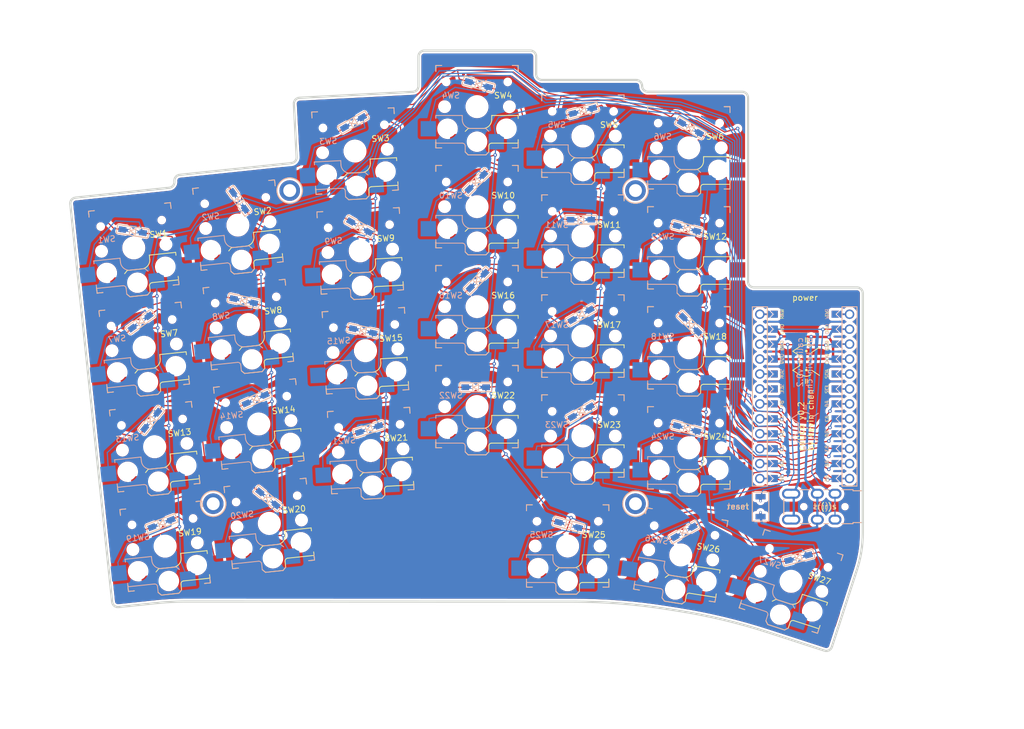
<source format=kicad_pcb>
(kicad_pcb (version 20240108) (generator "pcbnew") (generator_version "8.0")
  (layers (0 "F.Cu" signal) (31 "B.Cu" signal) (34 "B.Paste" user) (35 "F.Paste" user) (36 "B.SilkS" user "B.Silkscreen") (37 "F.SilkS" user "F.Silkscreen") (38 "B.Mask" user) (39 "F.Mask" user) (44 "Edge.Cuts" user))
  (net 0 "")
  (net 1 "Net-(D1-A)")
  (net 2 "/ROW4")
  (net 3 "Net-(D2-A)")
  (net 4 "Net-(D3-A)")
  (net 5 "Net-(D4-A)")
  (net 6 "Net-(D5-A)")
  (net 7 "Net-(D6-A)")
  (net 8 "Net-(D7-A)")
  (net 9 "/ROW3")
  (net 10 "Net-(D8-A)")
  (net 11 "Net-(D9-A)")
  (net 12 "Net-(D10-A)")
  (net 13 "Net-(D11-A)")
  (net 14 "Net-(D12-A)")
  (net 15 "/ROW2")
  (net 16 "Net-(D13-A)")
  (net 17 "Net-(D14-A)")
  (net 18 "Net-(D15-A)")
  (net 19 "Net-(D16-A)")
  (net 20 "Net-(D17-A)")
  (net 21 "Net-(D18-A)")
  (net 22 "/ROW1")
  (net 23 "Net-(D19-A)")
  (net 24 "Net-(D20-A)")
  (net 25 "Net-(D21-A)")
  (net 26 "Net-(D22-A)")
  (net 27 "Net-(D23-A)")
  (net 28 "Net-(D24-A)")
  (net 29 "/ROW0")
  (net 30 "Net-(D25-A)")
  (net 31 "Net-(D26-A)")
  (net 32 "Net-(D27-A)")
  (net 33 "/RESET")
  (net 34 "GND")
  (net 35 "/COL5")
  (net 36 "/COL4")
  (net 37 "/COL3")
  (net 38 "/COL2")
  (net 39 "/COL1")
  (net 40 "/COL0")
  (net 42 "+5V")
  (net 45 "/RX")
  (footprint "calico:Kailh_socket_PG1350_reversible" (layer "F.Cu") (at 147.686187 107.703538 -18)
    (property "Reference" "SW27")
    (property "Value" "SW_Push")
  )
  (footprint "MountingHole:MountingHole_2.2mm_M2_ISO7380_Pad_TopBottom" (layer "F.Cu") (at 62.5 41.25)
    (property "Reference" "H1" (hide yes))
    (property "Value" "MountingHole")
  )
  (footprint "calico:Kailh_socket_PG1350_reversible" (layer "F.Cu") (at 76.255474 85.463624 3)
    (property "Reference" "SW21")
    (property "Value" "SW_Push")
  )
  (footprint "calico:Kailh_socket_PG1350_reversible" (layer "F.Cu") (at 57.246304 80.943188 6)
    (property "Reference" "SW14")
    (property "Value" "SW_Push")
  )
  (footprint "calico:Kailh_socket_PG1350_reversible" (layer "F.Cu") (at 130.321644 67.990545)
    (property "Reference" "SW18")
    (property "Value" "SW_Push")
  )
  (footprint "calico:Kailh_socket_PG1350_reversible" (layer "F.Cu") (at 36 50.999999 6)
    (property "Reference" "SW1")
    (property "Value" "SW_Push")
  )
  (footprint "calico:Kailh_socket_PG1350_reversible" (layer "F.Cu") (at 59.023288 97.85006 6)
    (property "Reference" "SW20")
    (property "Value" "SW_Push")
  )
  (footprint "calico:Kailh_socket_PG1350_reversible" (layer "F.Cu") (at 75.365763 68.486922 3)
    (property "Reference" "SW15")
    (property "Value" "SW_Push")
  )
  (footprint "calico:Kailh_socket_PG1350_reversible" (layer "F.Cu") (at 112.321644 48.990545)
    (property "Reference" "SW11")
    (property "Value" "SW_Push")
  )
  (footprint "calico:Kailh_socket_PG1350_reversible" (layer "F.Cu") (at 94.321644 43.990545)
    (property "Reference" "SW10")
    (property "Value" "SW_Push")
  )
  (footprint "calico:Kailh_socket_PG1350_reversible" (layer "F.Cu") (at 94.321644 77.990545)
    (property "Reference" "SW22")
    (property "Value" "SW_Push")
  )
  (footprint "MountingHole:MountingHole_2.2mm_M2_ISO7380_Pad_TopBottom" (layer "F.Cu") (at 121.25 94.5)
    (property "Reference" "H4" (hide yes))
    (property "Value" "MountingHole")
  )
  (footprint "calico:Kailh_socket_PG1350_reversible" (layer "F.Cu") (at 112.321644 31.990545)
    (property "Reference" "SW5")
    (property "Value" "SW_Push")
  )
  (footprint "calico:ProMicro_jumpers" (layer "F.Cu") (at 150 76.25)
    (property "Reference" "U1" (hide yes))
    (property "Value" "~")
  )
  (footprint "calico:Kailh_socket_PG1350_reversible" (layer "F.Cu") (at 39.553967 84.813744 6)
    (property "Reference" "SW13")
    (property "Value" "SW_Push")
  )
  (footprint "calico:Kailh_socket_PG1350_reversible" (layer "F.Cu") (at 55.46932 64.036315 6)
    (property "Reference" "SW8")
    (property "Value" "SW_Push")
  )
  (footprint "calico:Reset_modified" (layer "F.Cu") (at 142.5 95 -90)
    (property "Reference" "RSW1" (hide yes))
    (property "Value" "SW_Push")
  )
  (footprint "calico:Kailh_socket_PG1350_reversible" (layer "F.Cu") (at 74.476052 51.51022 3)
    (property "Reference" "SW9")
    (property "Value" "SW_Push")
  )
  (footprint "calico:Kailh_socket_PG1350_reversible" (layer "F.Cu") (at 128.940532 103.203104 -9)
    (property "Reference" "SW26")
    (property "Value" "SW_Push")
  )
  (footprint "calico:Kailh_socket_PG1350_reversible" (layer "F.Cu") (at 112.321644 82.990545)
    (property "Reference" "SW23")
    (property "Value" "SW_Push")
  )
  (footprint "calico:Kailh_socket_PG1350_reversible" (layer "F.Cu") (at 73.586341 34.533518 3)
    (property "Reference" "SW3")
    (property "Value" "SW_Push")
  )
  (footprint "calico:Kailh_socket_PG1350_reversible" (layer "F.Cu") (at 53.692337 47.129443 6)
    (property "Reference" "SW2")
    (property "Value" "SW_Push")
  )
  (footprint "calico:Kailh_socket_PG1350_reversible" (layer "F.Cu") (at 37.776983 67.906872 6)
    (property "Reference" "SW7")
    (property "Value" "SW_Push")
  )
  (footprint "calico:Kailh_socket_PG1350_reversible" (layer "F.Cu") (at 112.321644 65.990545)
    (property "Reference" "SW17")
    (property "Value" "SW_Push")
  )
  (footprint "calico:Kailh_socket_PG1350_reversible" (layer "F.Cu") (at 94.321644 60.990545)
    (property "Reference" "SW16")
    (property "Value" "SW_Push")
  )
  (footprint "calico:Kailh_socket_PG1350_reversible" (layer "F.Cu") (at 94.321644 26.990545)
    (property "Reference" "SW4")
    (property "Value" "SW_Push")
  )
  (footprint "MountingHole:MountingHole_2.2mm_M2_ISO7380_Pad_TopBottom" (layer "F.Cu") (at 49.5 94.5)
    (property "Reference" "H2" (hide yes))
    (property "Value" "MountingHole")
  )
  (footprint "calico:Kailh_socket_PG1350_reversible" (layer "F.Cu") (at 130.321644 84.990545)
    (property "Reference" "SW24")
    (property "Value" "SW_Push")
  )
  (footprint "calico:Kailh_socket_PG1350_reversible" (layer "F.Cu") (at 130.321644 50.990545)
    (property "Reference" "SW12")
    (property "Value" "SW_Push")
  )
  (footprint "calico:Kailh_socket_PG1350_reversible" (layer "F.Cu") (at 41.330951 101.720616 6)
    (property "Reference" "SW19")
    (property "Value" "SW_Push")
  )
  (footprint "calico:TRRS-3pin_modified" (layer "F.Cu") (at 158.35 95 -90)
    (property "Reference" "J1")
    (property "Value" "MJ-4PP-9-kbd-corne-light-rescue" (hide yes))
  )
  (footprint "calico:Kailh_socket_PG1350_reversible" (layer "F.Cu") (at 130.321644 33.990545)
    (property "Reference" "SW6")
    (property "Value" "SW_Push")
  )
  (footprint "calico:Kailh_socket_PG1350_reversible" (layer "F.Cu") (at 109.721644 101.690545)
    (property "Reference" "SW25")
    (property "Value" "SW_Push")
  )
  (footprint "MountingHole:MountingHole_2.2mm_M2_ISO7380_Pad_TopBottom" (layer "F.Cu") (at 121.25 41.25)
    (property "Reference" "H3" (hide yes))
    (property "Value" "MountingHole")
  )
  (footprint "calico:D3_SMD_modified" (layer "B.Cu") (at 38.975772 80.324516 51)
    (property "Reference" "D13" (hide yes))
    (property "Value" "1N4148W" (hide yes))
  )
  (footprint "calico:D3_SMD_modified" (layer "B.Cu") (at 129.5 99.3 30)
    (property "Reference" "D26" (hide yes))
    (property "Value" "1N4148W" (hide yes))
  )
  (footprint "calico:D3_SMD_modified" (layer "B.Cu") (at 130.6 64 -45)
    (property "Reference" "D18" (hide yes))
    (property "Value" "1N4148W" (hide yes))
  )
  (footprint "calico:D3_SMD_modified" (layer "B.Cu") (at 111.974601 46.200002)
    (property "Reference" "D11" (hide yes))
    (property "Value" "1N4148W" (hide yes))
  )
  (footprint "calico:D3_SMD_modified" (layer "B.Cu") (at 58.8 93.6 -39)
    (property "Reference" "D20" (hide yes))
    (property "Value" "1N4148W" (hide yes))
  )
  (footprint "calico:D3_SMD_modified" (layer "B.Cu") (at 130 47.7 -15)
    (property "Reference" "D12" (hide yes))
    (property "Value" "1N4148W" (hide yes))
  )
  (footprint "calico:D3_SMD_modified" (layer "B.Cu") (at 74.959854 65.1 -12)
    (property "Reference" "D15" (hide yes))
    (property "Value" "1N4148W" (hide yes))
  )
  (footprint "calico:D3_SMD_modified" (layer "B.Cu") (at 112 62.4 30)
    (property "Reference" "D17" (hide yes))
    (property "Value" "1N4148W" (hide yes))
  )
  (footprint "calico:D3_SMD_modified" (layer "B.Cu") (at 130 81.7 -15)
    (property "Reference" "D24" (hide yes))
    (property "Value" "1N4148W" (hide yes))
  )
  (footprint "calico:D3_SMD_modified" (layer "B.Cu") (at 54.700583 60.000582 -12)
    (property "Reference" "D8" (hide yes))
    (property "Value" "1N4148W" (hide yes))
  )
  (footprint "calico:D3_SMD_modified" (layer "B.Cu") (at 148.94849 103.674985 15)
    (property "Reference" "D27" (hide yes))
    (property "Value" "1N4148W" (hide yes))
  )
  (footprint "calico:D3_SMD_modified" (layer "B.Cu") (at 53.9 43 -54)
    (property "Reference" "D2" (hide yes))
    (property "Value" "1N4148W" (hide yes))
  )
  (footprint "calico:D3_SMD_modified" (layer "B.Cu") (at 109.875 98.105901 -15)
    (property "Reference" "D25" (hide yes))
    (property "Value" "1N4148W" (hide yes))
  )
  (footprint "calico:D3_SMD_modified" (layer "B.Cu") (at 94.1 74.7)
    (property "Reference" "D22" (hide yes))
    (property "Value" "1N4148W" (hide yes))
  )
  (footprint "calico:D3_SMD_modified" (layer "B.Cu") (at 35.823427 48.161164 -9)
    (property "Reference" "D1" (hide yes))
    (property "Value" "1N4148W" (hide yes))
  )
  (footprint "calico:D3_SMD_modified" (layer "B.Cu") (at 73.325329 29.67467 30)
    (property "Reference" "D3" (hide yes))
    (property "Value" "1N4148W" (hide yes))
  )
  (footprint "calico:D3_SMD_modified" (layer "B.Cu") (at 94.431955 56.568046 45)
    (property "Reference" "D16" (hide yes))
    (property "Value" "1N4148W" (hide yes))
  )
  (footprint "calico:D3_SMD_modified" (layer "B.Cu") (at 130.6 30.6 -30)
    (property "Reference" "D6" (hide yes))
    (property "Value" "1N4148W" (hide yes))
  )
  (footprint "calico:D3_SMD_modified" (layer "B.Cu") (at 112.025328 78.874671 30)
    (property "Reference" "D23" (hide yes))
    (property "Value" "1N4148W" (hide yes))
  )
  (footprint "calico:D3_SMD_modified" (layer "B.Cu") (at 94.6 23.2 -15)
    (property "Reference" "D4" (hide yes))
    (property "Value" "1N4148W" (hide yes))
  )
  (footprint "calico:D3_SMD_modified" (layer "B.Cu") (at 76 81.8 18)
    (property "Reference" "D21" (hide yes))
    (property "Value" "1N4148W" (hide yes))
  )
  (footprint "calico:D3_SMD_modified" (layer "B.Cu") (at 37.154473 63.596845 36)
    (property "Reference" "D7" (hide yes))
    (property "Value" "1N4148W" (hide yes))
  )
  (footprint "calico:D3_SMD_modified" (layer "B.Cu") (at 94.223268 39.777297 45)
    (property "Reference" "D10" (hide yes))
    (property "Value" "1N4148W" (hide yes))
  )
  (footprint "calico:D3_SMD_modified" (layer "B.Cu") (at 74.4 47.4 -30)
    (property "Reference" "D9" (hide yes))
    (property "Value" "1N4148W" (hide yes))
  )
  (footprint "calico:D3_SMD_modified" (layer "B.Cu") (at 56.716278 76.725615 24)
    (property "Reference" "D14" (hide yes))
    (property "Value" "1N4148W" (hide yes))
  )
  (footprint "calico:D3_SMD_modified" (layer "B.Cu") (at 40.729794 97.858244 21)
    (property "Reference" "D19" (hide yes))
    (property "Value" "1N4148W" (hide yes))
  )
  (footprint "calico:D3_SMD_modified" (layer "B.Cu") (at 112.305902 27.694098 15)
    (property "Reference" "D5" (hide yes))
    (property "Value" "1N4148W" (hide yes))
  )
  (gr_circle (center 62.500581 41.25) (end 60.35 41.25) (stroke (width 0.15)) (fill none) (layer "B.SilkS"))
  (gr_circle (center 49.500581 94.5) (end 47.35 94.5) (stroke (width 0.15)) (fill none) (layer "B.SilkS"))
  (gr_circle (center 121.25 41.25) (end 119.099419 41.25) (stroke (width 0.15)) (fill none) (layer "B.SilkS"))
  (gr_circle (center 121.250581 94.5) (end 119.1 94.5) (stroke (width 0.15)) (fill none) (layer "B.SilkS"))
  (gr_circle (center 121.25 41.25) (end 123.400581 41.25) (stroke (width 0.15)) (fill none) (layer "F.SilkS"))
  (gr_circle (center 62.500581 41.25) (end 64.651162 41.25) (stroke (width 0.15)) (fill none) (layer "F.SilkS"))
  (gr_circle (center 49.500581 94.5) (end 51.651162 94.5) (stroke (width 0.15)) (fill none) (layer "F.SilkS"))
  (gr_circle (center 121.250581 94.5) (end 123.401162 94.5) (stroke (width 0.15)) (fill none) (layer "F.SilkS"))
  (gr_poly (pts (xy 103.420601 17.451229) (xy 103.469852 17.454893) (xy 103.518685 17.460959) (xy 103.567017 17.469392) (xy 103.614767 17.480158) (xy 103.661852 17.493224) (xy 103.708191 17.508555) (xy 103.753702 17.526119) (xy 103.798302 17.54588) (xy 103.84191 17.567804) (xy 103.884443 17.591859) (xy 103.92582 17.61801) (xy 103.96596 17.646222) (xy 104.004779 17.676463) (xy 104.042195 17.708697) (xy 104.078128 17.742892) (xy 104.112322 17.778826) (xy 104.144555 17.816243) (xy 104.174795 17.855062) (xy 104.203007 17.895201) (xy 104.229157 17.936578) (xy 104.253212 17.979112) (xy 104.275137 18.022719) (xy 104.294898 18.067319) (xy 104.312462 18.11283) (xy 104.327794 18.159168) (xy 104.340861 18.206253) (xy 104.351628 18.254002) (xy 104.360061 18.302334) (xy 104.366127 18.351166) (xy 104.369792 18.400417) (xy 104.371021 18.450004) (xy 104.371028 21.449996) (xy 104.372257 21.499583) (xy 104.375921 21.548834) (xy 104.381987 21.597666) (xy 104.39042 21.645998) (xy 104.401187 21.693747) (xy 104.414253 21.740832) (xy 104.429584 21.78717) (xy 104.447148 21.83268) (xy 104.466909 21.87728) (xy 104.488834 21.920887) (xy 104.512888 21.96342) (xy 104.539039 22.004797) (xy 104.567251 22.044936) (xy 104.597492 22.083754) (xy 104.629726 22.12117) (xy 104.663921 22.157103) (xy 104.699853 22.191297) (xy 104.73727 22.223531) (xy 104.776089 22.253771) (xy 104.816227 22.281984) (xy 104.857604 22.308134) (xy 104.900137 22.332189) (xy 104.943743 22.354114) (xy 104.988343 22.373875) (xy 105.033852 22.391439) (xy 105.08019 22.406771) (xy 105.127274 22.419838) (xy 105.175022 22.430605) (xy 105.223353 22.439038) (xy 105.272184 22.445105) (xy 105.321434 22.44877) (xy 105.371021 22.45) (xy 121.371013 22.450005) (xy 121.420601 22.451234) (xy 121.469852 22.454898) (xy 121.518685 22.460964) (xy 121.567017 22.469397) (xy 121.614767 22.480164) (xy 121.661852 22.49323) (xy 121.708191 22.508562) (xy 121.753702 22.526125) (xy 121.798302 22.545886) (xy 121.841909 22.567811) (xy 121.884443 22.591866) (xy 121.92582 22.618016) (xy 121.96596 22.646228) (xy 122.004779 22.676469) (xy 122.042195 22.708703) (xy 122.078128 22.742897) (xy 122.112323 22.778829) (xy 122.144557 22.816246) (xy 122.174798 22.855064) (xy 122.20301 22.895203) (xy 122.22916 22.936579) (xy 122.253215 22.979113) (xy 122.27514 23.02272) (xy 122.2949 23.067319) (xy 122.312463 23.112829) (xy 122.327794 23.159167) (xy 122.34086 23.206251) (xy 122.351625 23.254) (xy 122.360058 23.302331) (xy 122.366122 23.351163) (xy 122.369785 23.400412) (xy 122.371013 23.449999) (xy 122.372314 23.501458) (xy 122.376176 23.552242) (xy 122.382535 23.602288) (xy 122.39133 23.651533) (xy 122.402496 23.699913) (xy 122.415971 23.747367) (xy 122.431693 23.79383) (xy 122.449598 23.839242) (xy 122.469624 23.883538) (xy 122.491708 23.926656) (xy 122.515787 23.968532) (xy 122.541797 24.009105) (xy 122.569678 24.048312) (xy 122.599365 24.086088) (xy 122.630795 24.122373) (xy 122.663906 24.157102) (xy 122.698636 24.190213) (xy 122.73492 24.221644) (xy 122.772697 24.251331) (xy 122.811904 24.279211) (xy 122.852477 24.305222) (xy 122.894354 24.3293) (xy 122.937472 24.351384) (xy 122.981768 24.37141) (xy 123.02718 24.389316) (xy 123.073644 24.405037) (xy 123.121098 24.418513) (xy 123.169478 24.42968) (xy 123.218723 24.438474) (xy 123.268769 24.444834) (xy 123.319553 24.448696) (xy 123.371013 24.449997) (xy 139.371028 24.450002) (xy 139.422487 24.451304) (xy 139.473271 24.455166) (xy 139.523316 24.461526) (xy 139.57256 24.47032) (xy 139.620941 24.481486) (xy 139.668394 24.494962) (xy 139.714858 24.510684) (xy 139.760269 24.528589) (xy 139.804564 24.548615) (xy 139.847682 24.570699) (xy 139.889559 24.594778) (xy 139.930131 24.620789) (xy 139.969337 24.648669) (xy 140.007114 24.678356) (xy 140.043398 24.709786) (xy 140.078127 24.742897) (xy 140.111238 24.777626) (xy 140.142668 24.813911) (xy 140.172355 24.851687) (xy 140.200235 24.890893) (xy 140.226245 24.931466) (xy 140.250324 24.973343) (xy 140.272407 25.01646) (xy 140.292433 25.060756) (xy 140.310337 25.106167) (xy 140.326058 25.152631) (xy 140.339533 25.200084) (xy 140.350699 25.248464) (xy 140.359493 25.297709) (xy 140.365851 25.347754) (xy 140.369712 25.398538) (xy 140.371013 25.449997) (xy 140.371013 56.718116) (xy 140.372242 56.767703) (xy 140.375906 56.816954) (xy 140.381971 56.865786) (xy 140.390404 56.914118) (xy 140.40117 56.961867) (xy 140.414236 57.008952) (xy 140.429567 57.055291) (xy 140.44713 57.100801) (xy 140.46689 57.145401) (xy 140.488815 57.189009) (xy 140.51287 57.231542) (xy 140.53902 57.272919) (xy 140.567233 57.313059) (xy 140.597474 57.351878) (xy 140.62971 57.389294) (xy 140.663905 57.425227) (xy 140.699838 57.459421) (xy 140.737255 57.491655) (xy 140.776074 57.521895) (xy 140.816213 57.550107) (xy 140.85759 57.576257) (xy 140.900124 57.600312) (xy 140.943731 57.622237) (xy 140.988331 57.641998) (xy 141.033841 57.659561) (xy 141.08018 57.674893) (xy 141.127264 57.68796) (xy 141.175013 57.698727) (xy 141.223345 57.707161) (xy 141.272176 57.713228) (xy 141.321426 57.716893) (xy 141.371013 57.718123) (xy 158.87276 57.718127) (xy 158.922349 57.719356) (xy 158.971601 57.723021) (xy 159.020434 57.729086) (xy 159.068765 57.73752) (xy 159.116514 57.748286) (xy 159.163598 57.761353) (xy 159.209936 57.776685) (xy 159.255445 57.794248) (xy 159.300044 57.814009) (xy 159.34365 57.835934) (xy 159.386183 57.859989) (xy 159.427559 57.886139) (xy 159.467698 57.914351) (xy 159.506517 57.944592) (xy 159.543934 57.976826) (xy 159.579868 58.01102) (xy 159.614064 58.046952) (xy 159.6463 58.084368) (xy 159.676542 58.123186) (xy 159.704755 58.163325) (xy 159.730907 58.204702) (xy 159.754963 58.247235) (xy 159.776889 58.290842) (xy 159.796651 58.335442) (xy 159.814215 58.380951) (xy 159.829548 58.427289) (xy 159.842615 58.474374) (xy 159.853382 58.522122) (xy 159.861816 58.570453) (xy 159.867882 58.619284) (xy 159.871546 58.668534) (xy 159.872775 58.71812) (xy 159.872775 99.501472) (xy 159.857315 100.287729) (xy 159.811027 101.071862) (xy 159.734054 101.852972) (xy 159.626539 102.630164) (xy 159.488623 103.402541) (xy 159.320449 104.169206) (xy 159.122158 104.929263) (xy 158.893894 105.681815) (xy 154.619464 118.837134) (xy 154.602324 118.885673) (xy 154.582958 118.932777) (xy 154.561445 118.978408) (xy 154.537863 119.022524) (xy 154.512293 119.065086) (xy 154.484813 119.106052) (xy 154.455503 119.145383) (xy 154.424441 119.183039) (xy 154.391707 119.218978) (xy 154.35738 119.253161) (xy 154.321539 119.285547) (xy 154.284264 119.316096) (xy 154.245633 119.344767) (xy 154.205726 119.371521) (xy 154.164622 119.396317) (xy 154.1224 119.419114) (xy 154.079139 119.439872) (xy 154.034918 119.458552) (xy 153.989817 119.475112) (xy 153.943915 119.489512) (xy 153.897291 119.501712) (xy 153.850023 119.511671) (xy 153.802192 119.51935) (xy 153.753877 119.524707) (xy 153.705156 119.527703) (xy 153.656109 119.528297) (xy 153.606814 119.526449) (xy 153.557352 119.522118) (xy 153.507802 119.515264) (xy 153.458241 119.505848) (xy 153.408751 119.493827) (xy 153.359409 119.479163) (xy 143.800205 116.373206) (xy 141.926352 115.784635) (xy 140.041837 115.233133) (xy 138.147216 114.718832) (xy 136.243044 114.241866) (xy 134.329877 113.802368) (xy 132.40827 113.400471) (xy 130.478778 113.036308) (xy 128.541957 112.710013) (xy 126.465572 112.381148) (xy 124.522717 112.092962) (xy 122.575132 111.843054) (xy 120.623385 111.631471) (xy 118.668046 111.458256) (xy 116.709684 111.323455) (xy 114.748867 111.227113) (xy 112.786165 111.169275) (xy 110.822147 111.149985) (xy 99.771022 111.149985) (xy 45.00327 111.129027) (xy 44.346313 111.133092) (xy 43.689544 111.145787) (xy 43.03305 111.167107) (xy 42.376919 111.197047) (xy 41.721238 111.235604) (xy 41.066097 111.282772) (xy 40.411581 111.338546) (xy 39.757779 111.402923) (xy 33.422659 112.068778) (xy 33.371345 112.072863) (xy 33.320436 112.07433) (xy 33.269999 112.073236) (xy 33.220105 112.069637) (xy 33.170822 112.063589) (xy 33.12222 112.055147) (xy 33.074367 112.044368) (xy 33.027332 112.031307) (xy 32.981186 112.016021) (xy 32.935996 111.998564) (xy 32.891831 111.978995) (xy 32.848761 111.957367) (xy 32.806855 111.933737) (xy 32.766182 111.908161) (xy 32.726811 111.880696) (xy 32.688811 111.851396) (xy 32.652251 111.820317) (xy 32.6172 111.787517) (xy 32.583727 111.75305) (xy 32.551901 111.716972) (xy 32.521792 111.67934) (xy 32.493468 111.640209) (xy 32.466998 111.599636) (xy 32.442451 111.557676) (xy 32.419898 111.514384) (xy 32.399405 111.469818) (xy 32.381043 111.424033) (xy 32.364881 111.377085) (xy 32.350987 111.329029) (xy 32.339432 111.279922) (xy 32.330283 111.22982) (xy 32.32361 111.178779) (xy 27.097187 61.452693) (xy 26.888131 59.463645) (xy 25.215673 43.551301) (xy 25.211712 43.501857) (xy 25.210208 43.452494) (xy 25.211137 43.403295) (xy 25.214471 43.354347) (xy 25.220188 43.305734) (xy 25.228261 43.257541) (xy 25.238665 43.209854) (xy 25.251375 43.162757) (xy 25.266366 43.116336) (xy 25.283612 43.070675) (xy 25.303089 43.02586) (xy 25.324771 42.981976) (xy 25.348633 42.939108) (xy 25.37465 42.89734) (xy 25.402797 42.856759) (xy 25.433048 42.817449) (xy 25.465209 42.779686) (xy 25.499051 42.743717) (xy 25.534497 42.709585) (xy 25.571466 42.677331) (xy 25.609883 42.646999) (xy 25.649669 42.61863) (xy 25.690746 42.592268) (xy 25.733036 42.567953) (xy 25.776461 42.545729) (xy 25.820943 42.525637) (xy 25.866404 42.507721) (xy 25.912766 42.492022) (xy 25.959952 42.478583) (xy 26.007883 42.467447) (xy 26.056481 42.458654) (xy 26.105668 42.452249) (xy 42.018014 40.779796) (xy 42.067201 40.77339) (xy 42.115799 40.764598) (xy 42.16373 40.753461) (xy 42.210915 40.740022) (xy 42.257277 40.724323) (xy 42.302738 40.706407) (xy 42.34722 40.686315) (xy 42.390645 40.664091) (xy 42.432935 40.639777) (xy 42.474012 40.613414) (xy 42.513798 40.585045) (xy 42.552215 40.554713) (xy 42.589184 40.52246) (xy 42.62463 40.488327) (xy 42.658472 40.452359) (xy 42.690633 40.414596) (xy 42.720884 40.375285) (xy 42.749031 40.334704) (xy 42.775048 40.292937) (xy 42.798911 40.250069) (xy 42.820593 40.206185) (xy 42.84007 40.161371) (xy 42.857316 40.11571) (xy 42.872308 40.069289) (xy 42.885018 40.022193) (xy 42.895422 39.974506) (xy 42.903495 39.926313) (xy 42.909212 39.8777) (xy 42.912547 39.828751) (xy 42.913475 39.779552) (xy 42.911971 39.730188) (xy 42.90801 39.680743) (xy 42.903925 39.629429) (xy 42.902457 39.57852) (xy 42.903551 39.528083) (xy 42.907149 39.478189) (xy 42.913197 39.428906) (xy 42.921639 39.380304) (xy 42.932418 39.332451) (xy 42.945478 39.285417) (xy 42.960764 39.23927) (xy 42.97822 39.19408) (xy 42.99779 39.149916) (xy 43.019417 39.106846) (xy 43.043046 39.06494) (xy 43.068622 39.024267) (xy 43.096087 38.984896) (xy 43.125387 38.946896) (xy 43.156465 38.910336) (xy 43.189266 38.875285) (xy 43.223733 38.841812) (xy 43.25981 38.809987) (xy 43.297442 38.779877) (xy 43.336572 38.751553) (xy 43.377146 38.725083) (xy 43.419106 38.700537) (xy 43.462397 38.677983) (xy 43.506963 38.657491) (xy 43.552749 38.639129) (xy 43.599697 38.622966) (xy 43.647752 38.609073) (xy 43.696859 38.597517) (xy 43.746962 38.588368) (xy 43.798003 38.581695) (xy 62.693919 36.595653) (xy 62.782745 36.586316) (xy 62.831934 36.579929) (xy 62.880274 36.571232) (xy 62.927712 36.560289) (xy 62.974196 36.547158) (xy 63.019673 36.531902) (xy 63.064093 36.514581) (xy 63.107402 36.495256) (xy 63.149549 36.473989) (xy 63.190481 36.450841) (xy 63.230147 36.425871) (xy 63.268494 36.399143) (xy 63.30547 36.370715) (xy 63.341023 36.340651) (xy 63.3751 36.30901) (xy 63.407651 36.275853) (xy 63.438622 36.241242) (xy 63.467962 36.205237) (xy 63.495618 36.167901) (xy 63.521539 36.129293) (xy 63.545672 36.089474) (xy 63.567964 36.048506) (xy 63.588365 36.00645) (xy 63.606822 35.963367) (xy 63.623282 35.919317) (xy 63.637694 35.874362) (xy 63.650005 35.828563) (xy 63.660164 35.781981) (xy 63.668118 35.734677) (xy 63.673815 35.686711) (xy 63.677204 35.638146) (xy 63.678231 35.589041) (xy 63.676845 35.539458) (xy 63.204574 26.527982) (xy 63.203206 26.478398) (xy 63.204288 26.429023) (xy 63.207789 26.37994) (xy 63.213681 26.331234) (xy 63.221934 26.282986) (xy 63.232519 26.235282) (xy 63.245404 26.188205) (xy 63.260562 26.141838) (xy 63.277962 26.096266) (xy 63.297575 26.051571) (xy 63.319371 26.007837) (xy 63.34332 25.965148) (xy 63.369394 25.923588) (xy 63.397561 25.883239) (xy 63.427793 25.844187) (xy 63.46006 25.806514) (xy 63.494153 25.770485) (xy 63.529831 25.736337) (xy 63.567013 25.704106) (xy 63.60562 25.673832) (xy 63.645572 25.645551) (xy 63.686788 25.619304) (xy 63.729187 25.595127) (xy 63.772692 25.573058) (xy 63.81722 25.553137) (xy 63.862692 25.535401) (xy 63.909028 25.519889) (xy 63.956148 25.506638) (xy 64.003973 25.495687) (xy 64.05242 25.487074) (xy 64.101412 25.480837) (xy 64.150867 25.477015) (xy 83.124828 24.482632) (xy 83.423358 24.466987) (xy 83.472815 24.463183) (xy 83.521544 24.457029) (xy 83.56949 24.448583) (xy 83.616598 24.437903) (xy 83.662812 24.425048) (xy 83.708077 24.410075) (xy 83.752339 24.393044) (xy 83.795541 24.374012) (xy 83.837629 24.353037) (xy 83.878547 24.330178) (xy 83.91824 24.305493) (xy 83.956653 24.27904) (xy 83.993731 24.250877) (xy 84.029419 24.221063) (xy 84.06366 24.189655) (xy 84.0964 24.156712) (xy 84.127584 24.122293) (xy 84.157156 24.086454) (xy 84.185062 24.049256) (xy 84.211246 24.010755) (xy 84.235652 23.97101) (xy 84.258226 23.930079) (xy 84.278912 23.88802) (xy 84.297655 23.844893) (xy 84.3144 23.800753) (xy 84.329091 23.755662) (xy 84.341674 23.709675) (xy 84.352093 23.662851) (xy 84.360293 23.61525) (xy 84.366218 23.566928) (xy 84.369814 23.517944) (xy 84.371024 23.468357) (xy 84.371032 18.450004) (xy 84.372261 18.400417) (xy 84.375925 18.351166) (xy 84.381991 18.302335) (xy 84.390424 18.254004) (xy 84.401191 18.206255) (xy 84.414257 18.159171) (xy 84.429588 18.112833) (xy 84.447152 18.067324) (xy 84.466913 18.022725) (xy 84.488837 17.979118) (xy 84.512892 17.936586) (xy 84.539042 17.895209) (xy 84.567255 17.85507) (xy 84.597495 17.816252) (xy 84.62973 17.778835) (xy 84.663925 17.742902) (xy 84.699857 17.708707) (xy 84.737273 17.676472) (xy 84.776091 17.646231) (xy 84.816229 17.618018) (xy 84.857606 17.591866) (xy 84.900139 17.567811) (xy 84.943746 17.545885) (xy 84.988345 17.526123) (xy 85.033855 17.508559) (xy 85.080192 17.493227) (xy 85.127277 17.48016) (xy 85.175025 17.469393) (xy 85.223356 17.46096) (xy 85.272188 17.454894) (xy 85.321438 17.451229) (xy 85.371024 17.45) (xy 103.371013 17.45)) (stroke (width 0.377952) (color 100 100 100 1)) (fill none) (layer "Edge.Cuts"))
  (gr_text "  /\\__/\\\n=(• . •)=\n  /    \\" (at 152.2 77.4 90) (layer "B.SilkS") (effects (font (size 1 1)) (justify left bottom mirror)))
  (gr_text "reset" (at 140.6 95.55 0) (layer "B.SilkS") (effects (font (size 1 1)) (justify left bottom mirror)))
  (gr_text "tr(r)s" (at 155.4 95.55 0) (layer "B.SilkS") (effects (font (size 1 1)) (justify left bottom mirror)))
  (gr_text "calico v0.2\nby kevin chen" (at 151.400002 66.150002 90) (layer "B.SilkS") (effects (font (size 1 1)) (justify left bottom mirror)))
  (gr_text "  /\\__/\\\n=(• . •)=\n  /    \\" (at 152.4 74.4 90) (layer "F.SilkS") (effects (font (size 1 1)) (justify left bottom)))
  (gr_text "tr(r)s" (at 151.4 95.55 0) (layer "F.SilkS") (effects (font (size 1 1)) (justify left bottom)))
  (gr_text "power" (at 147.8 60.05 0) (layer "F.SilkS") (effects (font (size 1 1)) (justify left bottom)))
  (gr_text "calico v0.2\nby kevin chen" (at 151.6 85.65 90) (layer "F.SilkS") (effects (font (size 1 1)) (justify left bottom)))
  (gr_text "reset" (at 136.7 95.55 0) (layer "F.SilkS") (effects (font (size 1 1)) (justify left bottom)))
  (segment (start 42.5 49.1) (end 44.62165 53.864483) (width 0.2) (layer "F.Cu") (net 1))
  (segment (start 37.576573 48.438835) (end 42.5 49.1) (width 0.2) (layer "F.Cu") (net 1))
  (segment (start 29.3 50.4) (end 32.9 46.4) (width 0.2) (layer "B.Cu") (net 1))
  (segment (start 28.162313 55.594429) (end 29.3 50.4) (width 0.2) (layer "B.Cu") (net 1))
  (segment (start 32.9 46.4) (end 36.9 46.6) (width 0.2) (layer "B.Cu") (net 1))
  (segment (start 36.9 46.6) (end 37.576573 48.438835) (width 0.2) (layer "B.Cu") (net 1))
  (segment (start 32.6 47.7) (end 31.4 46.5) (width 0.2) (layer "F.Cu") (net 2))
  (segment (start 152.2 82.55) (end 147.9 81.95) (width 0.2) (layer "F.Cu") (net 2))
  (segment (start 91 20.748148) (end 88.009091 22.309091) (width 0.2) (layer "F.Cu") (net 2))
  (segment (start 71.788136 30.562169) (end 70.4 31.5) (width 0.2) (layer "F.Cu") (net 2))
  (segment (start 64.2 36.95) (end 58.8 39.3) (width 0.2) (layer "F.Cu") (net 2))
  (segment (start 136.4 31.3) (end 138.6 30.7) (width 0.2) (layer "F.Cu") (net 2))
  (segment (start 108.1 27.4) (end 108.6 25.172369) (width 0.2) (layer "F.Cu") (net 2))
  (segment (start 91 20.748148) (end 100.5 21.1) (width 0.2) (layer "F.Cu") (net 2))
  (segment (start 34.070281 47.883493) (end 32.6 47.7) (width 0.2) (layer "F.Cu") (net 2))
  (segment (start 83.5 26.6) (end 88.009091 22.309091) (width 0.2) (layer "F.Cu") (net 2))
  (segment (start 110.591384 28.153503) (end 109.3 28.5) (width 0.2) (layer "F.Cu") (net 2))
  (segment (start 104.7 24.3) (end 108.2 25.082895) (width 0.2) (layer "F.Cu") (net 2))
  (segment (start 91.3 22.3) (end 91 20.748148) (width 0.2) (layer "F.Cu") (net 2))
  (segment (start 146 79.45) (end 146.1 80.15) (width 0.2) (layer "F.Cu") (net 2))
  (segment (start 112.3 26) (end 118.3 25.8) (width 0.2) (layer "F.Cu") (net 2))
  (segment (start 127.259471 28.740529) (end 128 28) (width 0.2) (layer "F.Cu") (net 2))
  (segment (start 127.259471 28.740529) (end 125.797467 27.952533) (width 0.2) (layer "F.Cu") (net 2))
  (segment (start 129.062807 29.712499) (end 127.259471 28.740529) (width 0.2) (layer "F.Cu") (net 2))
  (segment (start 141.5 78.7) (end 145.5 79) (width 0.2) (layer "F.Cu") (net 2))
  (segment (start 108.6 25.172369) (end 112.3 26) (width 0.2) (layer "F.Cu") (net 2))
  (segment (start 31.4 46.5) (end 32.2 45.1) (width 0.2) (layer "F.Cu") (net 2))
  (segment (start 109.3 28.5) (end 108.1 27.4) (width 0.2) (layer "F.Cu") (net 2))
  (segment (start 147.9 81.95) (end 146.1 80.15) (width 0.2) (layer "F.Cu") (net 2))
  (segment (start 154.826 80.060001) (end 152.2 82.55) (width 0.2) (layer "F.Cu") (net 2))
  (segment (start 52.1 40.6) (end 52 40.033334) (width 0.2) (layer "F.Cu") (net 2))
  (segment (start 68.1 31.65) (end 66.934772 30.784772) (width 0.2) (layer "F.Cu") (net 2))
  (segment (start 76.1 27) (end 67.646392 29.646392) (width 0.2) (layer "F.Cu") (net 2))
  (segment (start 108.2 25.082895) (end 108.6 25.172369) (width 0.2) (layer "F.Cu") (net 2))
  (segment (start 140.6 76.1) (end 141.5 78.7) (width 0.2) (layer "F.Cu") (net 2))
  (segment (start 76.1 27) (end 83.5 26.6) (width 0.2) (layer "F.Cu") (net 2))
  (segment (start 131.9 28.7) (end 136.4 31.3) (width 0.2) (layer "F.Cu") (net 2))
  (segment (start 128 28) (end 131.9 28.7) (width 0.2) (layer "F.Cu") (net 2))
  (segment (start 92.885483 22.740595) (end 91.3 22.3) (width 0.2) (layer "F.Cu") (net 2))
  (segment (start 52 40.033334) (end 54.3 39.522222) (width 0.2) (layer "F.Cu") (net 2))
  (segment (start 66.934772 30.784772) (end 66.627045 31.277045) (width 0.2) (layer "F.Cu") (net 2))
  (segment (start 52.856681 41.563996) (end 52.1 40.6) (width 0.2) (layer "F.Cu") (net 2))
  (segment (start 32.2 45.1) (end 40.6 44.4) (width 0.2) (layer "F.Cu") (net 2))
  (segment (start 58.8 39.3) (end 54.3 39.522222) (width 0.2) (layer "F.Cu") (net 2))
  (segment (start 118.3 25.8) (end 125.7 27.9) (width 0.2) (layer "F.Cu") (net 2))
  (segment (start 49 40.7) (end 51.8 40.077778) (width 0.2) (layer "F.Cu") (net 2))
  (segment (start 125.797467 27.952533) (end 125.7 27.9) (width 0.2) (layer "F.Cu") (net 2))
  (segment (start 70.4 31.5) (end 68.1 31.65) (width 0.2) (layer "F.Cu") (net 2))
  (segment (start 51.8 40.077778) (end 52 40.033334) (width 0.2) (layer "F.Cu") (net 2))
  (segment (start 40.6 44.4) (end 49 40.7) (width 0.2) (layer "F.Cu") (net 2))
  (segment (start 100.5 21.1) (end 104.7 24.3) (width 0.2) (layer "F.Cu") (net 2))
  (segment (start 66.627045 31.277045) (end 65.55 33) (width 0.2) (layer "F.Cu") (net 2))
  (segment (start 67.646392 29.646392) (end 66.934772 30.784772) (width 0.2) (layer "F.Cu") (net 2))
  (segment (start 145.5 79) (end 146 79.45) (width 0.2) (layer "F.Cu") (net 2))
  (segment (start 65.55 33) (end 64.2 36.95) (width 0.2) (layer "F.Cu") (net 2))
  (via (at 138.6 30.7) (size 0.6) (drill 0.3) (layers "F.Cu" "B.Cu") (net 2))
  (via (at 146.1 80.15) (size 0.6) (drill 0.3) (layers "F.Cu" "B.Cu") (net 2))
  (via (at 140.6 76.1) (size 0.6) (drill 0.3) (layers "F.Cu" "B.Cu") (net 2))
  (segment (start 146.1 80.15) (end 145.174001 80.06) (width 0.2) (layer "B.Cu") (net 2))
  (segment (start 139.3 32.2) (end 138.6 30.7) (width 0.2) (layer "B.Cu") (net 2))
  (segment (start 139.3 74.8) (end 139.3 32.2) (width 0.2) (layer "B.Cu") (net 2))
  (segment (start 140.6 76.1) (end 139.3 74.8) (width 0.2) (layer "B.Cu") (net 2))
  (segment (start 56.5 46.6) (end 54.943319 44.436004) (width 0.2) (layer "F.Cu") (net 3))
  (segment (start 56.5 46.6) (end 62.313987 49.993927) (width 0.2) (layer "F.Cu") (net 3))
  (segment (start 46.677885 47.427885) (end 48.5 45.820896) (width 0.2) (layer "B.Cu") (net 3))
  (segment (start 45.6 49.3) (end 45.85465 51.723873) (width 0.2) (layer "B.Cu") (net 3))
  (segment (start 54.943319 44.436004) (end 54.2 44.8) (width 0.2) (layer "B.Cu") (net 3))
  (segment (start 54.2 44.8) (end 48.5 45.820896) (width 0.2) (layer "B.Cu") (net 3))
  (segment (start 46.677885 47.427885) (end 45.6 49.3) (width 0.2) (layer "B.Cu") (net 3))
  (segment (start 74.862522 28.787171) (end 76.5 27.9) (width 0.2) (layer "F.Cu") (net 4))
  (segment (start 76.5 27.9) (end 81.3 30.4) (width 0.2) (layer "F.Cu") (net 4))
  (segment (start 81.3 30.4) (end 82.04626 37.845299) (width 0.2) (layer "F.Cu") (net 4))
  (segment (start 66.7 33.9) (end 75.3 30.6) (width 0.2) (layer "B.Cu") (net 4))
  (segment (start 75.3 30.6) (end 74.862522 28.787171) (width 0.2) (layer "B.Cu") (net 4))
  (segment (start 65.518941 38.711459) (end 66.7 33.9) (width 0.2) (layer "B.Cu") (net 4))
  (segment (start 101.3 25.2) (end 102.596644 30.740545) (width 0.2) (layer "F.Cu") (net 5))
  (segment (start 96.314517 23.659405) (end 101.3 25.2) (width 0.2) (layer "F.Cu") (net 5))
  (segment (start 95.7 24.6) (end 96.314517 23.659405) (width 0.2) (layer "B.Cu") (net 5))
  (segment (start 87.3 25.8) (end 90.6 23.7) (width 0.2) (layer "B.Cu") (net 5))
  (segment (start 86.046644 30.740545) (end 87.3 25.8) (width 0.2) (layer "B.Cu") (net 5))
  (segment (start 90.6 23.7) (end 95.7 24.6) (width 0.2) (layer "B.Cu") (net 5))
  (segment (start 115.5 26.75) (end 120.75 33.75) (width 0.2) (layer "F.Cu") (net 6))
  (segment (start 120.75 33.75) (end 120.596644 35.740545) (width 0.2) (layer "F.Cu") (net 6))
  (segment (start 114.02042 27.234694) (end 115.5 26.75) (width 0.2) (layer "F.Cu") (net 6))
  (segment (start 105.4 30.7) (end 113.7 28.5) (width 0.2) (layer "B.Cu") (net 6))
  (segment (start 104.046644 35.740545) (end 105.4 30.7) (width 0.2) (layer "B.Cu") (net 6))
  (segment (start 113.7 28.5) (end 114.02042 27.234693) (width 0.2) (layer "B.Cu") (net 6))
  (segment (start 134.8 35.1) (end 138.6 36.1) (width 0.2) (layer "F.Cu") (net 7))
  (segment (start 133.9 32.6) (end 134.8 35.1) (width 0.2) (layer "F.Cu") (net 7))
  (segment (start 138.6 36.1) (end 138.596644 37.740545) (width 0.2) (layer "F.Cu") (net 7))
  (segment (start 133.9 32.6) (end 132.137193 31.487501) (width 0.2) (layer "F.Cu") (net 7))
  (segment (start 131.6 32.2) (end 132.137193 31.487501) (width 0.2) (layer "B.Cu") (net 7))
  (segment (start 123.4 33.2) (end 129 31.2) (width 0.2) (layer "B.Cu") (net 7))
  (segment (start 122.046644 37.740545) (end 123.4 33.2) (width 0.2) (layer "B.Cu") (net 7))
  (segment (start 129 31.2) (end 131.6 32.2) (width 0.2) (layer "B.Cu") (net 7))
  (segment (start 38.590478 62.553526) (end 40.2 61.4) (width 0.2) (layer "F.Cu") (net 8))
  (segment (start 45.4 63.2) (end 46.398633 70.771356) (width 0.2) (layer "F.Cu") (net 8))
  (segment (start 40.2 61.4) (end 45.4 63.2) (width 0.2) (layer "F.Cu") (net 8))
  (segment (start 29.939296 72.501302) (end 31.5 66.3) (width 0.2) (layer "B.Cu") (net 8))
  (segment (start 37.9 61.6) (end 38.590478 62.553526) (width 0.2) (layer "B.Cu") (net 8))
  (segment (start 31.5 66.3) (end 37.9 61.6) (width 0.2) (layer "B.Cu") (net 8))
  (segment (start 41.4 60.1) (end 33.5 62.2) (width 0.2) (layer "F.Cu") (net 9))
  (segment (start 123.6 44.3) (end 116.7 42.681319) (width 0.2) (layer "F.Cu") (net 9))
  (segment (start 34.5 65.7) (end 33.1 65.1) (width 0.2) (layer "F.Cu") (net 9))
  (segment (start 72.862807 46.512499) (end 71.5 45.7) (width 0.2) (layer "F.Cu") (net 9))
  (segment (start 86 39.3) (end 86.1 39.263014) (width 0.2) (layer "F.Cu") (net 9))
  (segment (start 145.3 81.4) (end 141.6 81.345588) (width 0.2) (layer "F.Cu") (net 9))
  (segment (start 123.8 46.5) (end 124.3 48.9) (width 0.2) (layer "F.Cu") (net 9))
  (segment (start 128.28548 47.240597) (end 126.5 46.6) (width 0.2) (layer "F.Cu") (net 9))
  (segment (start 139.8 64.8) (end 135.1 62.1) (width 0.2) (layer "F.Cu") (net 9))
  (segment (start 146 82.05) (end 146 82.75) (width 0.2) (layer "F.Cu") (net 9))
  (segment (start 132.1 55.4) (end 135.1 62.1) (width 0.2) (layer "F.Cu") (net 9))
  (segment (start 52.964372 59.631539) (end 51.4 59.3) (width 0.2) (layer "F.Cu") (net 9))
  (segment (start 124.938462 45.361538) (end 123.6 44.3) (width 0.2) (layer "F.Cu") (net 9))
  (segment (start 107.7 41) (end 108.6 41.168132) (width 0.2) (layer "F.Cu") (net 9))
  (segment (start 59.2 56.8) (end 53.9 57.7) (width 0.2) (layer "F.Cu") (net 9))
  (segment (start 49.8 58.3) (end 49.9 57.32963) (width 0.2) (layer "F.Cu") (net 9))
  (segment (start 126.5 46.6) (end 124.938462 45.361538) (width 0.2) (layer "F.Cu") (net 9))
  (segment (start 92.968153 41.032411) (end 91.9 41.9) (width 0.2) (layer "F.Cu") (net 9))
  (segment (start 116.7 42.681319) (end 116.8 42.7) (width 0.2) (layer "F.Cu") (net 9))
  (segment (start 71.5 45.7) (end 71.099115 44.899115) (width 0.2) (layer "F.Cu") (net 9))
  (segment (start 51.4 59.3) (end 49.8 58.3) (width 0.2) (layer "F.Cu") (net 9))
  (segment (start 68.179464 46.579464) (end 71.099115 44.899115) (width 0.2) (layer "F.Cu") (net 9))
  (segment (start 49.9 57.32963) (end 48.5 57.2) (width 0.2) (layer "F.Cu") (net 9))
  (segment (start 152.6 83.55) (end 147.5 83.65) (width 0.2) (layer "F.Cu") (net 9))
  (segment (start 91.9 41.9) (end 88 41.1) (width 0.2) (layer "F.Cu") (net 9))
  (segment (start 86.1 39.263014) (end 87.1 38.893151) (width 0.2) (layer "F.Cu") (net 9))
  (segment (start 147.5 83.65) (end 146 82.75) (width 0.2) (layer "F.Cu") (net 9))
  (segment (start 53.9 57.7) (end 49.9 57.32963) (width 0.2) (layer "F.Cu") (net 9))
  (segment (start 146 82.05) (end 145.3 81.4) (width 0.2) (layer "F.Cu") (net 9))
  (segment (start 65.3 51.2) (end 68.179464 46.579464) (width 0.2) (layer "F.Cu") (net 9))
  (segment (start 107.8 43.5) (end 108.6 41.168132) (width 0.2) (layer "F.Cu") (net 9))
  (segment (start 140.6 72.6) (end 139.694693 77.705307) (width 0.2) (layer "F.Cu") (net 9))
  (segment (start 65.3 51.2) (end 59.2 56.8) (width 0.2) (layer "F.Cu") (net 9))
  (segment (start 154.826001 82.6) (end 152.6 83.55) (width 0.2) (layer "F.Cu") (net 9))
  (segment (start 124.938462 45.361538) (end 123.8 46.5) (width 0.2) (layer "F.Cu") (net 9))
  (segment (start 71.099115 44.899115) (end 77.6 44.1) (width 0.2) (layer "F.Cu") (net 9))
  (segment (start 108.7 46.1) (end 107.8 43.5) (width 0.2) (layer "F.Cu") (net 9))
  (segment (start 35.718468 64.640164) (end 34.5 65.7) (width 0.2) (layer "F.Cu") (net 9))
  (segment (start 48.5 57.2) (end 41.4 60.1) (width 0.2) (layer "F.Cu") (net 9))
  (segment (start 110.199603 46.200004) (end 108.7 46.1) (width 0.2) (layer "F.Cu") (net 9))
  (segment (start 88 41.1) (end 87.1 38.893151) (width 0.2) (layer "F.Cu") (net 9))
  (segment (start 96.7 36.5) (end 90.7 37.561644) (width 0.2) (layer "F.Cu") (net 9))
  (segment (start 107.7 41) (end 102.3 38.4) (width 0.2) (layer "F.Cu") (net 9))
  (segment (start 77.6 44.1) (end 81.545 41.445) (width 0.2) (layer "F.Cu") (net 9))
  (segment (start 87.1 38.893151) (end 90.7 37.561644) (width 0.2) (layer "F.Cu") (net 9))
  (segment (start 81.545 41.445) (end 86 39.3) (width 0.2) (layer "F.Cu") (net 9))
  (segment (start 124.3 48.9) (end 132.1 55.4) (width 0.2) (layer "F.Cu") (net 9))
  (segment (start 102.3 38.4) (end 96.7 36.5) (width 0.2) (layer "F.Cu") (net 9))
  (segment (start 108.6 41.168132) (end 116.7 42.681319) (width 0.2) (layer "F.Cu") (net 9))
  (segment (start 139.694693 77.705307) (end 141.6 81.345588) (width 0.2) (layer "F.Cu") (net 9))
  (segment (start 33.5 62.2) (end 33.1 65.1) (width 0.2) (layer "F.Cu") (net 9))
  (segment (start 139.8 64.8) (end 140.6 72.6) (width 0.2) (layer "F.Cu") (net 9))
  (via (at 146 82.75) (size 0.6) (drill 0.3) (layers "F.Cu" "B.Cu") (net 9))
  (segment (start 146 82.75) (end 145.174 82.600001) (width 0.2) (layer "B.Cu") (net 9))
  (segment (start 62.2 62.3) (end 64.09097 66.900799) (width 0.2) (layer "F.Cu") (net 10))
  (segment (start 56.436794 60.369625) (end 62.2 62.3) (width 0.2) (layer "F.Cu") (net 10))
  (segment (start 53.1 61.7) (end 56.1 61.5) (width 0.2) (layer "B.Cu") (net 10))
  (segment (start 56.1 61.5) (end 56.436794 60.369625) (width 0.2) (layer "B.Cu") (net 10))
  (segment (start 47.631633 68.630745) (end 48.6 63.9) (width 0.2) (layer "B.Cu") (net 10))
  (segment (start 48.6 63.9) (end 53.1 61.7) (width 0.2) (layer "B.Cu") (net 10))
  (segment (start 82.7 50.9) (end 75.937193 48.287501) (width 0.2) (layer "F.Cu") (net 11))
  (segment (start 82.935971 54.822001) (end 82.7 50.9) (width 0.2) (layer "F.Cu") (net 11))
  (segment (start 67.1 51.3) (end 73.1 48.4) (width 0.2) (layer "B.Cu") (net 11))
  (segment (start 73.1 48.4) (end 75.2 49) (width 0.2) (layer "B.Cu") (net 11))
  (segment (start 66.408652 55.688161) (end 67.1 51.3) (width 0.2) (layer "B.Cu") (net 11))
  (segment (start 75.2 49) (end 75.937193 48.287501) (width 0.2) (layer "B.Cu") (net 11))
  (segment (start 96.7 37.3) (end 101.9 38.9) (width 0.2) (layer "F.Cu") (net 12))
  (segment (start 95.478383 38.522183) (end 96.7 37.3) (width 0.2) (layer "F.Cu") (net 12))
  (segment (start 101.9 38.9) (end 102.596644 47.740545) (width 0.2) (layer "F.Cu") (net 12))
  (segment (start 87.4 43) (end 94.6 37.9) (width 0.2) (layer "B.Cu") (net 12))
  (segment (start 94.6 37.9) (end 95.478383 38.522183) (width 0.2) (layer "B.Cu") (net 12))
  (segment (start 86.046644 47.740545) (end 87.4 43) (width 0.2) (layer "B.Cu") (net 12))
  (segment (start 115.4 46.2) (end 120.6 49) (width 0.2) (layer "F.Cu") (net 13))
  (segment (start 120.6 49) (end 120.596644 52.740545) (width 0.2) (layer "F.Cu") (net 13))
  (segment (start 113.749599 46.2) (end 115.4 46.2) (width 0.2) (layer "F.Cu") (net 13))
  (segment (start 105.8 47.6) (end 109.1 44.8) (width 0.2) (layer "B.Cu") (net 13))
  (segment (start 104.046644 52.740545) (end 105.8 47.6) (width 0.2) (layer "B.Cu") (net 13))
  (segment (start 109.1 44.8) (end 113.8 45.1) (width 0.2) (layer "B.Cu") (net 13))
  (segment (start 113.8 45.1) (end 113.749599 46.2) (width 0.2) (layer "B.Cu") (net 13))
  (segment (start 136.9 49.9) (end 138.596644 54.740545) (width 0.2) (layer "F.Cu") (net 14))
  (segment (start 136.9 49.9) (end 131.71452 48.159403) (width 0.2) (layer "F.Cu") (net 14))
  (segment (start 126.5 48.5) (end 122.8 50.7) (width 0.2) (layer "B.Cu") (net 14))
  (segment (start 131.5 49) (end 126.5 48.5) (width 0.2) (layer "B.Cu") (net 14))
  (segment (start 131.71452 48.159403) (end 131.5 49) (width 0.2) (layer "B.Cu") (net 14))
  (segment (start 122.8 50.7) (end 122.046644 54.740545) (width 0.2) (layer "B.Cu") (net 14))
  (segment (start 36.7 83.2) (end 32.9 82.4) (width 0.2) (layer "F.Cu") (net 15))
  (segment (start 125.5 62) (end 127.9 69.9) (width 0.2) (layer "F.Cu") (net 15))
  (segment (start 91.6 59.2) (end 88.2 58.3) (width 0.2) (layer "F.Cu") (net 15))
  (segment (start 145 84) (end 145.8 84.3) (width 0.2) (layer "F.Cu") (net 15))
  (segment (start 78.3 60.7) (end 85.6 56.9) (width 0.2) (layer "F.Cu") (net 15))
  (segment (start 49.5 77.2) (end 48.7 74.266667) (width 0.2) (layer "F.Cu") (net 15))
  (segment (start 129.344885 62.744887) (end 128 61.5) (width 0.2) (layer "F.Cu") (net 15))
  (segment (start 127.9 69.9) (end 135.3 74.8) (width 0.2) (layer "F.Cu") (net 15))
  (segment (start 52.3 78.7) (end 49.5 77.2) (width 0.2) (layer "F.Cu") (net 15))
  (segment (start 126.2 60.213334) (end 127.2419 60.9581) (width 0.2) (layer "F.Cu") (net 15))
  (segment (start 45.3 75.4) (end 48.7 74.266667) (width 0.2) (layer "F.Cu") (net 15))
  (segment (start 37.1 77.5) (end 45.3 75.4) (width 0.2) (layer "F.Cu") (net 15))
  (segment (start 69.6 62.4) (end 70.7 62.185057) (width 0.2) (layer "F.Cu") (net 15))
  (segment (start 105.8 62.1) (end 105.7 58.9) (width 0.2) (layer "F.Cu") (net 15))
  (segment (start 142 84) (end 145 84) (width 0.2) (layer "F.Cu") (net 15))
  (segment (start 65.4 69.8) (end 69.6 62.4) (width 0.2) (layer "F.Cu") (net 15))
  (segment (start 58.3 73.7) (end 65.4 69.8) (width 0.2) (layer "F.Cu") (net 15))
  (segment (start 93.8 53.8) (end 99 53.8) (width 0.2) (layer "F.Cu") (net 15))
  (segment (start 37.858729 81.703948) (end 36.7 83.2) (width 0.2) (layer "F.Cu") (net 15))
  (segment (start 106.3 57.1) (end 106.65 57.25) (width 0.2) (layer "F.Cu") (net 15))
  (segment (start 118.7 59.3) (end 126.2 60.213334) (width 0.2) (layer "F.Cu") (net 15))
  (segment (start 86.7 56.484146) (end 87.4 56.219512) (width 0.2) (layer "F.Cu") (net 15))
  (segment (start 37.1 77.5) (end 32.6625 80.5) (width 0.2) (layer "F.Cu") (net 15))
  (segment (start 88.2 58.3) (end 87.4 56.219512) (width 0.2) (layer "F.Cu") (net 15))
  (segment (start 111.9 59.5) (end 118.7 59.3) (width 0.2) (layer "F.Cu") (net 15))
  (segment (start 85.6 56.9) (end 86.7 56.484146) (width 0.2) (layer "F.Cu") (net 15))
  (segment (start 145.8 84.3) (end 146.1 85.25) (width 0.2) (layer "F.Cu") (net 15))
  (segment (start 126.2 60.213334) (end 125.5 62) (width 0.2) (layer "F.Cu") (net 15))
  (segment (start 152.8 84.85) (end 147.6 85.95) (width 0.2) (layer "F.Cu") (net 15))
  (segment (start 135.3 74.8) (end 138.681961 81.218039) (width 0.2) (layer "F.Cu") (net 15))
  (segment (start 154.825999 85.14) (end 152.8 84.85) (width 0.2) (layer "F.Cu") (net 15))
  (segment (start 55.094735 77.447571) (end 52.3 78.7) (width 0.2) (layer "F.Cu") (net 15))
  (segment (start 70.7 62.185057) (end 78.3 60.7) (width 0.2) (layer "F.Cu") (net 15))
  (segment (start 48.7 74.266667) (end 51.6 73.3) (width 0.2) (layer "F.Cu") (net 15))
  (segment (start 108.7 64.2) (end 105.8 62.1) (width 0.2) (layer "F.Cu") (net 15))
  (segment (start 93.17684 57.82316) (end 91.6 59.2) (width 0.2) (layer "F.Cu") (net 15))
  (segment (start 99 53.8) (end 106.3 57.1) (width 0.2) (layer "F.Cu") (net 15))
  (segment (start 106.65 57.25) (end 111.9 59.5) (width 0.2) (layer "F.Cu") (net 15))
  (segment (start 127.2419 60.9581) (end 128 61.5) (width 0.2) (layer "F.Cu") (net 15))
  (segment (start 110.462805 63.287497) (end 108.7 64.2) (width 0.2) (layer "F.Cu") (net 15))
  (segment (start 73.223645 64.730956) (end 71.4 64.2) (width 0.2) (layer "F.Cu") (net 15))
  (segment (start 105.7 58.9) (end 106.65 57.25) (width 0.2) (layer "F.Cu") (net 15))
  (segment (start 147.6 85.95) (end 146.1 85.25) (width 0.2) (layer "F.Cu") (net 15))
  (segment (start 71.4 64.2) (end 70.7 62.185057) (width 0.2) (layer "F.Cu") (net 15))
  (segment (start 138.681961 81.218039) (end 142 84) (width 0.2) (layer "F.Cu") (net 15))
  (segment (start 87.4 56.219512) (end 93.8 53.8) (width 0.2) (layer "F.Cu") (net 15))
  (segment (start 32.9 82.4) (end 32.6625 80.5) (width 0.2) (layer "F.Cu") (net 15))
  (segment (start 51.6 73.3) (end 58.3 73.7) (width 0.2) (layer "F.Cu") (net 15))
  (via (at 146.1 85.25) (size 0.6) (drill 0.3) (layers "F.Cu" "B.Cu") (net 15))
  (segment (start 146.1 85.25) (end 145.173999 85.14) (width 0.2) (layer "B.Cu") (net 15))
  (segment (start 40.092815 78.945084) (end 40.9 77.8) (width 0.2) (layer "F.Cu") (net 16))
  (segment (start 40.9 77.8) (end 47 78) (width 0.2) (layer "F.Cu") (net 16))
  (segment (start 47 78) (end 48.175617 87.678228) (width 0.2) (layer "F.Cu") (net 16))
  (segment (start 31.5 85.8) (end 39.3 78.6) (width 0.2) (layer "B.Cu") (net 16))
  (segment (start 31.71628 89.408174) (end 31.5 85.8) (width 0.2) (layer "B.Cu") (net 16))
  (segment (start 39.3 78.6) (end 40.092815 78.945084) (width 0.2) (layer "B.Cu") (net 16))
  (segment (start 63.8 75.4) (end 65.867954 83.807672) (width 0.2) (layer "F.Cu") (net 17))
  (segment (start 60 75.2) (end 63.8 75.4) (width 0.2) (layer "F.Cu") (net 17))
  (segment (start 58.337821 76.003659) (end 60 75.2) (width 0.2) (layer "F.Cu") (net 17))
  (segment (start 49.408617 85.537618) (end 49 83) (width 0.2) (layer "B.Cu") (net 17))
  (segment (start 56.1 74.6) (end 58.337821 76.003659) (width 0.2) (layer "B.Cu") (net 17))
  (segment (start 50.5 76.8) (end 56.1 74.6) (width 0.2) (layer "B.Cu") (net 17))
  (segment (start 49 83) (end 50.5 76.8) (width 0.2) (layer "B.Cu") (net 17))
  (segment (start 76.696063 65.469044) (end 82.1 67.1) (width 0.2) (layer "F.Cu") (net 18))
  (segment (start 82.1 67.1) (end 83.825682 71.798703) (width 0.2) (layer "F.Cu") (net 18))
  (segment (start 67.298363 72.664863) (end 70.9 69.9) (width 0.2) (layer "B.Cu") (net 18))
  (segment (start 70.9 69.9) (end 73.9 66.5) (width 0.2) (layer "B.Cu") (net 18))
  (segment (start 76.5 66.3) (end 76.696063 65.469044) (width 0.2) (layer "B.Cu") (net 18))
  (segment (start 73.9 66.5) (end 76.5 66.3) (width 0.2) (layer "B.Cu") (net 18))
  (segment (start 96.7 54.4) (end 102.2 56.2) (width 0.2) (layer "F.Cu") (net 19))
  (segment (start 95.68707 55.312932) (end 96.7 54.4) (width 0.2) (layer "F.Cu") (net 19))
  (segment (start 102.2 56.2) (end 102.596644 64.740545) (width 0.2) (layer "F.Cu") (net 19))
  (segment (start 92.6 55) (end 94.6 54.4) (width 0.2) (layer "B.Cu") (net 19))
  (segment (start 86.046644 64.740545) (end 88.2 58.8) (width 0.2) (layer "B.Cu") (net 19))
  (segment (start 94.6 54.4) (end 95.68707 55.312932) (width 0.2) (layer "B.Cu") (net 19))
  (segment (start 88.2 58.8) (end 92.6 55) (width 0.2) (layer "B.Cu") (net 19))
  (segment (start 113.537195 61.512503) (end 114.7 60.8) (width 0.2) (layer "F.Cu") (net 20))
  (segment (start 114.7 60.8) (end 118.4 60.8) (width 0.2) (layer "F.Cu") (net 20))
  (segment (start 118.4 60.8) (end 120.596644 69.740545) (width 0.2) (layer "F.Cu") (net 20))
  (segment (start 104 67.8) (end 106.2 64) (width 0.2) (layer "B.Cu") (net 20))
  (segment (start 112.1 60.6) (end 113.537195 61.512504) (width 0.2) (layer "B.Cu") (net 20))
  (segment (start 106.2 64) (end 112.1 60.6) (width 0.2) (layer "B.Cu") (net 20))
  (segment (start 104.046644 69.740545) (end 104 67.8) (width 0.2) (layer "B.Cu") (net 20))
  (segment (start 136.6 69.7) (end 133.5 69) (width 0.2) (layer "F.Cu") (net 21))
  (segment (start 133.5 69) (end 133.1 66.6) (width 0.2) (layer "F.Cu") (net 21))
  (segment (start 138.596644 71.740545) (end 136.6 69.7) (width 0.2) (layer "F.Cu") (net 21))
  (segment (start 133.1 66.6) (end 131.855115 65.255113) (width 0.2) (layer "F.Cu") (net 21))
  (segment (start 122.046644 71.740545) (end 123.6 66.9) (width 0.2) (layer "B.Cu") (net 21))
  (segment (start 123.6 66.9) (end 130.9 65.8) (width 0.2) (layer "B.Cu") (net 21))
  (segment (start 130.9 65.8) (end 131.855115 65.255113) (width 0.2) (layer "B.Cu") (net 21))
  (segment (start 39.072689 98.494347) (end 38 98.9) (width 0.2) (layer "F.Cu") (net 22))
  (segment (start 145.1 86.55) (end 146 87.05) (width 0.2) (layer "F.Cu") (net 22))
  (segment (start 152 86.85) (end 148.6 87.95) (width 0.2) (layer "F.Cu") (net 22))
  (segment (start 72.8 82.9) (end 69.341667 82.3) (width 0.2) (layer "F.Cu") (net 22))
  (segment (start 92.324999 74.700001) (end 90.9 74.7) (width 0.2) (layer "F.Cu") (net 22))
  (segment (start 69.341667 82.3) (end 69.8 80.3) (width 0.2) (layer "F.Cu") (net 22))
  (segment (start 43.6 93.5) (end 51.7 90.8) (width 0.2) (layer "F.Cu") (net 22))
  (segment (start 37.2 95.3) (end 43.6 93.5) (width 0.2) (layer "F.Cu") (net 22))
  (segment (start 126.3 80.7) (end 125.907601 79.1) (width 0.2) (layer "F.Cu") (net 22))
  (segment (start 90.9 74.7) (end 89.201754 72.001754) (width 0.2) (layer "F.Cu") (net 22))
  (segment (start 68.7 85.1) (end 69.341667 82.3) (width 0.2) (layer "F.Cu") (net 22))
  (segment (start 75.4 77.6) (end 82.3 76.9) (width 0.2) (layer "F.Cu") (net 22))
  (segment (start 65.2 87.7) (end 68.7 85.1) (width 0.2) (layer "F.Cu") (net 22))
  (segment (start 125.6 77.845763) (end 126.3 78.023729) (width 0.2) (layer "F.Cu") (net 22))
  (segment (start 38 98.9) (end 36.7 98) (width 0.2) (layer "F.Cu") (net 22))
  (segment (start 36.7 98) (end 37.2 95.3) (width 0.2) (layer "F.Cu") (net 22))
  (segment (start 56.2 91.6) (end 55.9 90.254545) (width 0.2) (layer "F.Cu") (net 22))
  (segment (start 89.201754 72.001754) (end 90 71.5) (width 0.2) (layer "F.Cu") (net 22))
  (segment (start 109.3 76.3) (end 114.6 76.3) (width 0.2) (layer "F.Cu") (net 22))
  (segment (start 109 80.5) (end 105.8 79.5) (width 0.2) (layer "F.Cu") (net 22))
  (segment (start 138.25 83.5) (end 133.75 81) (width 0.2) (layer "F.Cu") (net 22))
  (segment (start 55.9 90.254545) (end 59.4 89.8) (width 0.2) (layer "F.Cu") (net 22))
  (segment (start 51.7 90.8) (end 55.9 90.254545) (width 0.2) (layer "F.Cu") (net 22))
  (segment (start 141.6 86.511957) (end 145.1 86.55) (width 0.2) (layer "F.Cu") (net 22))
  (segment (start 90 71.5) (end 97.2 71.3) (width 0.2) (layer "F.Cu") (net 22))
  (segment (start 102.9 73.5) (end 104.847826 74.352174) (width 0.2) (layer "F.Cu") (net 22))
  (segment (start 104.8 76.1) (end 105.473913 74.626087) (width 0.2) (layer "F.Cu") (net 22))
  (segment (start 87.236842 73.236842) (end 89.201754 72.001754) (width 0.2) (layer "F.Cu") (net 22))
  (segment (start 128.285483 81.240599) (end 126.3 80.7) (width 0.2) (layer "F.Cu") (net 22))
  (segment (start 74.311876 82.348507) (end 72.8 82.9) (width 0.2) (layer "F.Cu") (net 22))
  (segment (start 114.6 76.3) (end 120.7 76.6) (width 0.2) (layer "F.Cu") (net 22))
  (segment (start 69.8 80.3) (end 75.4 77.6) (width 0.2) (layer "F.Cu") (net 22))
  (segment (start 105.473913 74.626087) (end 109.3 76.3) (width 0.2) (layer "F.Cu") (net 22))
  (segment (start 57.420566 92.482958) (end 56.2 91.6) (width 0.2) (layer "F.Cu") (net 22))
  (segment (start 86.5 73.7) (end 87.236842 73.236842) (width 0.2) (layer "F.Cu") (net 22))
  (segment (start 148.6 87.95) (end 146.1 87.55) (width 0.2) (layer "F.Cu") (net 22))
  (segment (start 120.7 76.6) (end 125.6 77.845763) (width 0.2) (layer "F.Cu") (net 22))
  (segment (start 110.488133 79.76217) (end 109 80.5) (width 0.2) (layer "F.Cu") (net 22))
  (segment (start 105.8 79.5) (end 104.8 76.1) (width 0.2) (layer "F.Cu") (net 22))
  (segment (start 126.3 78.023729) (end 126.6 78.1) (width 0.2) (layer "F.Cu") (net 22))
  (segment (start 59.4 89.8) (end 65.2 87.7) (width 0.2) (layer "F.Cu") (net 22))
  (segment (start 97.2 71.3) (end 102.9 73.5) (width 0.2) (layer "F.Cu") (net 22))
  (segment (start 154.826 87.679999) (end 152 86.85) (width 0.2) (layer "F.Cu") (net 22))
  (segment (start 125.907601 79.1) (end 126.3 78.023729) (width 0.2) (layer "F.Cu") (net 22))
  (segment (start 82.3 76.9) (end 86.5 73.7) (width 0.2) (layer "F.Cu") (net 22))
  (segment (start 138.25 83.5) (end 141.6 86.511957) (width 0.2) (layer "F.Cu") (net 22))
  (segment (start 104.847826 74.352174) (end 105.473913 74.626087) (width 0.2) (layer "F.Cu") (net 22))
  (segment (start 146 87.05) (end 146.1 87.55) (width 0.2) (layer "F.Cu") (net 22))
  (segment (start 133.75 81) (end 126.6 78.1) (width 0.2) (layer "F.Cu") (net 22))
  (via (at 146.1 87.55) (size 0.6) (drill 0.3) (layers "F.Cu" "B.Cu") (net 22))
  (segment (start 146.1 87.55) (end 145.174001 87.68) (width 0.2) (layer "B.Cu") (net 22))
  (segment (start 42.386899 97.222141) (end 43.5 96.7) (width 0.2) (layer "F.Cu") (net 23))
  (segment (start 49 100.6) (end 49.952601 104.5851) (width 0.2) (layer "F.Cu") (net 23))
  (segment (start 43.5 96.7) (end 49 100.6) (width 0.2) (layer "F.Cu") (net 23))
  (segment (start 42.3 98.3) (end 42.386899 97.222141) (width 0.2) (layer "B.Cu") (net 23))
  (segment (start 33.493264 106.315046) (end 33.3 104.5) (width 0.2) (layer "B.Cu") (net 23))
  (segment (start 34.9 101.3) (end 42.3 98.3) (width 0.2) (layer "B.Cu") (net 23))
  (segment (start 33.3 104.5) (end 34.9 101.3) (width 0.2) (layer "B.Cu") (net 23))
  (segment (start 60.179434 94.717042) (end 61.3 95.5) (width 0.2) (layer "F.Cu") (net 24))
  (segment (start 61.3 95.5) (end 65.3 96) (width 0.2) (layer "F.Cu") (net 24))
  (segment (start 65.3 96) (end 67.644938 100.714544) (width 0.2) (layer "F.Cu") (net 24))
  (segment (start 59.4 95.5) (end 60.179434 94.717042) (width 0.2) (layer "B.Cu") (net 24))
  (segment (start 52.5 97.4) (end 59.4 95.5) (width 0.2) (layer "B.Cu") (net 24))
  (segment (start 51.185601 102.44449) (end 52.5 97.4) (width 0.2) (layer "B.Cu") (net 24))
  (segment (start 78.9 80.8) (end 84.6 85.1) (width 0.2) (layer "F.Cu") (net 25))
  (segment (start 77.688124 81.251493) (end 78.9 80.8) (width 0.2) (layer "F.Cu") (net 25))
  (segment (start 84.6 85.1) (end 84.715393 88.775405) (width 0.2) (layer "F.Cu") (net 25))
  (segment (start 77.2 80) (end 77.688124 81.251493) (width 0.2) (layer "B.Cu") (net 25))
  (segment (start 73.8 80.4) (end 77.2 80) (width 0.2) (layer "B.Cu") (net 25))
  (segment (start 68.1 86.4) (end 73.8 80.4) (width 0.2) (layer "B.Cu") (net 25))
  (segment (start 68.188074 89.641565) (end 68.1 86.4) (width 0.2) (layer "B.Cu") (net 25))
  (segment (start 102.5 78.4) (end 102.596644 81.740545) (width 0.2) (layer "F.Cu") (net 26))
  (segment (start 95.875001 74.699999) (end 97.5 74.6) (width 0.2) (layer "F.Cu") (net 26))
  (segment (start 97.5 74.6) (end 102.5 78.4) (width 0.2) (layer "F.Cu") (net 26))
  (segment (start 86.2 80) (end 86.046644 81.740545) (width 0.2) (layer "B.Cu") (net 26))
  (segment (start 95.8 75.7) (end 95.875001 74.699999) (width 0.2) (layer "B.Cu") (net 26))
  (segment (start 92 77.2) (end 90 79.266667) (width 0.2) (layer "B.Cu") (net 26))
  (segment (start 90 79.266667) (end 86.2 80) (width 0.2) (layer "B.Cu") (net 26))
  (segment (start 92 77.2) (end 93.4 75.8) (width 0.2) (layer "B.Cu") (net 26))
  (segment (start 93.4 75.8) (end 95.8 75.7) (width 0.2) (layer "B.Cu") (net 26))
  (segment (start 113.562523 77.987172) (end 115 77.1) (width 0.2) (layer "F.Cu") (net 27))
  (segment (start 115 77.1) (end 119.7 78.4) (width 0.2) (layer "F.Cu") (net 27))
  (segment (start 119.7 78.4) (end 120.596644 86.740545) (width 0.2) (layer "F.Cu") (net 27))
  (segment (start 113.9 78.9) (end 109.5 81.6) (width 0.2) (layer "B.Cu") (net 27))
  (segment (start 104.5 84.7) (end 104.046644 86.740545) (width 0.2) (layer "B.Cu") (net 27))
  (segment (start 109.5 81.6) (end 109.3 83.1) (width 0.2) (layer "B.Cu") (net 27))
  (segment (start 107 84.645652) (end 104.5 84.7) (width 0.2) (layer "B.Cu") (net 27))
  (segment (start 113.9 78.9) (end 113.562523 77.987172) (width 0.2) (layer "B.Cu") (net 27))
  (segment (start 109.3 83.1) (end 107 84.645652) (width 0.2) (layer "B.Cu") (net 27))
  (segment (start 131.714517 82.159401) (end 137.6 84) (width 0.2) (layer "F.Cu") (net 28))
  (segment (start 137.6 84) (end 138.596644 88.740545) (width 0.2) (layer "F.Cu") (net 28))
  (segment (start 127.2 82.3) (end 131.3 83) (width 0.2) (layer "B.Cu") (net 28))
  (segment (start 122.2 84.5) (end 127.2 82.3) (width 0.2) (layer "B.Cu") (net 28))
  (segment (start 131.3 83) (end 131.714517 82.159401) (width 0.2) (layer "B.Cu") (net 28))
  (segment (start 122.046644 88.740545) (end 122.2 84.5) (width 0.2) (layer "B.Cu") (net 28))
  (segment (start 143.4 88.932759) (end 141.4 89.25) (width 0.2) (layer "F.Cu") (net 29))
  (segment (start 137.25 96) (end 141.5 102) (width 0.2) (layer "F.Cu") (net 29))
  (segment (start 143.4 88.932759) (end 145.7 89.25) (width 0.2) (layer "F.Cu") (net 29))
  (segment (start 123.25 97.451923) (end 117 96.25) (width 0.2) (layer "F.Cu") (net 29))
  (segment (start 154.825999 90.220001) (end 152.1 88.35) (width 0.2) (layer "F.Cu") (net 29))
  (segment (start 132.6 95.3) (end 137.25 96) (width 0.2) (layer "F.Cu") (net 29))
  (segment (start 108.160484 97.646496) (end 105.8 97.1) (width 0.2) (layer "F.Cu") (net 29))
  (segment (start 132.6 95.3) (end 123.25 97.451923) (width 0.2) (layer "F.Cu") (net 29))
  (segment (start 123.1 98.7) (end 123.25 97.451923) (width 0.2) (layer "F.Cu") (net 29))
  (segment (start 105.866667 93.066667) (end 104.596 94.5) (width 0.2) (layer "F.Cu") (net 29))
  (segment (start 117 96.25) (end 111.5 94.278488) (width 0.2) (layer "F.Cu") (net 29))
  (segment (start 147.233972 104.134388) (end 145.9 104.4) (width 0.2) (layer "F.Cu") (net 29))
  (segment (start 105.8 97.1) (end 104.596 94.5) (width 0.2) (layer "F.Cu") (net 29))
  (segment (start 111.5 94.278488) (end 105.866667 93.066667) (width 0.2) (layer "F.Cu") (net 29))
  (segment (start 152.1 88.35) (end 150 89.55) (width 0.2) (layer "F.Cu") (net 29))
  (segment (start 141.4 89.25) (end 137.25 96) (width 0.2) (layer "F.Cu") (net 29))
  (segment (start 126.5 101) (end 123.173913 98.75) (width 0.2) (layer "F.Cu") (net 29))
  (segment (start 127.962804 100.187499) (end 126.5 101) (width 0.2) (layer "F.Cu") (net 29))
  (segment (start 145.7 89.25) (end 146.2 89.75) (width 0.2) (layer "F.Cu") (net 29))
  (segment (start 123.173913 98.75) (end 123.1 98.7) (width 0.2) (layer "F.Cu") (net 29))
  (segment (start 141.5 102) (end 145.9 104.4) (width 0.2) (layer "F.Cu") (net 29))
  (segment (start 150 89.55) (end 146.2 89.75) (width 0.2) (layer "F.Cu") (net 29))
  (segment (start 111.6 94.3) (end 111.5 94.278488) (width 0.2) (layer "F.Cu") (net 29))
  (via (at 146.2 89.75) (size 0.6) (drill 0.3) (layers "F.Cu" "B.Cu") (net 29))
  (segment (start 146.2 89.75) (end 145.174001 90.22) (width 0.2) (layer "B.Cu") (net 29))
  (segment (start 113.8 99) (end 117.8 102.2) (width 0.2) (layer "F.Cu") (net 30))
  (segment (start 111.589516 98.565306) (end 113.8 99) (width 0.2) (layer "F.Cu") (net 30))
  (segment (start 117.8 102.2) (end 117.996644 105.440545) (width 0.2) (layer "F.Cu") (net 30))
  (segment (start 108.8 99) (end 111.3 99.5) (width 0.2) (layer "B.Cu") (net 30))
  (segment (start 103.2 100.3) (end 108.8 99) (width 0.2) (layer "B.Cu") (net 30))
  (segment (start 101.446644 105.440545) (end 103.2 100.3) (width 0.2) (layer "B.Cu") (net 30))
  (segment (start 111.3 99.5) (end 111.589516 98.565306) (width 0.2) (layer "B.Cu") (net 30))
  (segment (start 131.037196 98.412501) (end 132.4 97.6) (width 0.2) (layer "F.Cu") (net 31))
  (segment (start 137.1 99.9) (end 136.527024 108.20143) (width 0.2) (layer "F.Cu") (net 31))
  (segment (start 132.4 97.6) (end 137.1 99.9) (width 0.2) (layer "F.Cu") (net 31))
  (segment (start 120.180782 105.61244) (end 122.2 101.1) (width 0.2) (layer "B.Cu") (net 31))
  (segment (start 122.2 101.1) (end 130.3 97.6) (width 0.2) (layer "B.Cu") (net 31))
  (segment (start 130.3 97.6) (end 131.037196 98.412501) (width 0.2) (layer "B.Cu") (net 31))
  (segment (start 152.4 102.7) (end 156.4 106.1) (width 0.2) (layer "F.Cu") (net 32))
  (segment (start 150.663008 103.215582) (end 152.4 102.7) (width 0.2) (layer "F.Cu") (net 32))
  (segment (start 156.4 106.1) (end 154.397366 113.827116) (width 0.2) (layer "F.Cu") (net 32))
  (segment (start 138.657381 108.712884) (end 141.6 104.3) (width 0.2) (layer "B.Cu") (net 32))
  (segment (start 149.5 102.2) (end 150.663008 103.215582) (width 0.2) (layer "B.Cu") (net 32))
  (segment (start 141.6 104.3) (end 149.5 102.2) (width 0.2) (layer "B.Cu") (net 32))
  (segment (start 147.1 67.45) (end 145.174001 67.36) (width 0.2) (layer "F.Cu") (net 33))
  (segment (start 147.1 67.45) (end 153.6 67.55) (width 0.2) (layer "F.Cu") (net 33))
  (via (at 147.1 67.45) (size 0.6) (drill 0.3) (layers "F.Cu" "B.Cu") (net 33))
  (via (at 153.6 67.55) (size 0.6) (drill 0.3) (layers "F.Cu" "B.Cu") (net 33))
  (segment (start 147.35 91.132836) (end 148.163496 89.3) (width 0.2) (layer "B.Cu") (net 33))
  (segment (start 153.6 67.55) (end 154.826001 67.36) (width 0.2) (layer "B.Cu") (net 33))
  (segment (start 147.35 91.132836) (end 142.866528 92.21763) (width 0.2) (layer "B.Cu") (net 33))
  (segment (start 142.866528 92.21763) (end 142.5 93.3) (width 0.2) (layer "B.Cu") (net 33))
  (segment (start 148.163496 89.3) (end 147.1 67.45) (width 0.2) (layer "B.Cu") (net 33))
  (segment (start 154.826 69.899999) (end 154.826 68.65) (width 0.4) (layer "F.Cu") (net 34))
  (segment (start 145.174 64.820001) (end 146 66.05) (width 0.4) (layer "F.Cu") (net 34))
  (segment (start 154.826 68.65) (end 154.826001 67.36) (width 0.4) (layer "F.Cu") (net 34))
  (segment (start 154.1 66.15) (end 154.826001 67.36) (width 0.4) (layer "F.Cu") (net 34))
  (segment (start 151.1 66.112963) (end 146 66.05) (width 0.4) (layer "F.Cu") (net 34))
  (segment (start 154.1 66.15) (end 151.1 66.112963) (width 0.4) (layer "F.Cu") (net 34))
  (via (at 154.1 66.15) (size 0.6) (drill 0.3) (layers "F.Cu" "B.Cu") (net 34))
  (via (at 151.1 66.112963) (size 0.6) (drill 0.3) (layers "F.Cu" "B.Cu") (net 34))
  (via (at 146 66.05) (size 0.6) (drill 0.3) (layers "F.Cu" "B.Cu") (net 34))
  (segment (start 152.15 97.2) (end 152.15 92.8) (width 0.4) (layer "B.Cu") (net 34))
  (segment (start 150.114206 90.4) (end 152.15 92.8) (width 0.4) (layer "B.Cu") (net 34))
  (segment (start 142.7 97.8) (end 142.5 96.7) (width 0.4) (layer "B.Cu") (net 34))
  (segment (start 150.114206 90.4) (end 151.1 66.112963) (width 0.4) (layer "B.Cu") (net 34))
  (segment (start 154.825999 64.82) (end 154.1 66.15) (width 0.4) (layer "B.Cu") (net 34))
  (segment (start 145.174 68.65) (end 145.174001 67.36) (width 0.4) (layer "B.Cu") (net 34))
  (segment (start 152.15 97.2) (end 152.1 98.5) (width 0.4) (layer "B.Cu") (net 34))
  (segment (start 145.173999 69.9) (end 145.174 68.65) (width 0.4) (layer "B.Cu") (net 34))
  (segment (start 152.1 98.5) (end 147.9 99.2) (width 0.4) (layer "B.Cu") (net 34))
  (segment (start 142.7 97.8) (end 147.9 99.2) (width 0.4) (layer "B.Cu") (net 34))
  (segment (start 146 66.05) (end 145.174001 67.36) (width 0.4) (layer "B.Cu") (net 34))
  (segment (start 145.173998 77.52) (end 145.977826 78.572174) (width 0.2) (layer "F.Cu") (net 35))
  (segment (start 39.654517 81.354517) (end 41.949234 81.2) (width 0.2) (layer "F.Cu") (net 35))
  (segment (start 33.7 59.5) (end 35.7 60.1) (width 0.2) (layer "F.Cu") (net 35))
  (segment (start 38.201435 64.701435) (end 40.062674 64.6) (width 0.2) (layer "F.Cu") (net 35))
  (segment (start 148.1 81.35) (end 152 81.65) (width 0.2) (layer "F.Cu") (net 35))
  (segment (start 35.141868 74.166608) (end 35.3 66.6) (width 0.2) (layer "F.Cu") (net 35))
  (segment (start 36.918852 91.07348) (end 37.2 84.2) (width 0.2) (layer "F.Cu") (net 35))
  (segment (start 33.364885 57.259735) (end 33.7 59.5) (width 0.2) (layer "F.Cu") (net 35))
  (segment (start 38.695836 107.980352) (end 38.6 104.4) (width 0.2) (layer "F.Cu") (net 35))
  (segment (start 37.2 84.2) (end 39.654517 81.354517) (width 0.2) (layer "F.Cu") (net 35))
  (segment (start 35.7 60.1) (end 39.939082 59.2) (width 0.2) (layer "F.Cu") (net 35))
  (segment (start 38.6 104.4) (end 39.2 100.1) (width 0.2) (layer "F.Cu") (net 35))
  (segment (start 35.3 66.6) (end 38.201435 64.701435) (width 0.2) (layer "F.Cu") (net 35))
  (segment (start 145.977826 78.572174) (end 148.1 81.35) (width 0.2) (layer "F.Cu") (net 35))
  (segment (start 39.2 100.1) (end 43.757182 98.4) (width 0.2) (layer "F.Cu") (net 35))
  (segment (start 152 81.65) (end 154.3 78.75) (width 0.2) (layer "F.Cu") (net 35))
  (via (at 41.949234 81.2) (size 0.6) (drill 0.3) (layers "F.Cu" "B.Cu") (net 35))
  (via (at 39.939082 59.2) (size 0.6) (drill 0.3) (layers "F.Cu" "B.Cu") (net 35))
  (via (at 154.3 78.75) (size 0.6) (drill 0.3) (layers "F.Cu" "B.Cu") (net 35))
  (via (at 40.062674 64.6) (size 0.6) (drill 0.3) (layers "F.Cu" "B.Cu") (net 35))
  (via (at 43.757182 98.4) (size 0.6) (drill 0.3) (layers "F.Cu" "B.Cu") (net 35))
  (via (at 145.977826 78.572174) (size 0.6) (drill 0.3) (layers "F.Cu" "B.Cu") (net 35))
  (segment (start 154.3 78.75) (end 154.826 77.519999) (width 0.2) (layer "B.Cu") (net 35))
  (segment (start 76 35.2) (end 68.8 41.8) (width 0.2) (layer "B.Cu") (net 35))
  (segment (start 43.757182 98.4) (end 44 104.4) (width 0.2) (layer "B.Cu") (net 35))
  (segment (start 40.2 70.6) (end 41.655987 73.481947) (width 0.2) (layer "B.Cu") (net 35))
  (segment (start 43.7329 97.8) (end 43.757182 98.4) (width 0.2) (layer "B.Cu") (net 35))
  (segment (start 45.75 48) (end 40.1 49.2) (width 0.2) (layer "B.Cu") (net 35))
  (segment (start 88.2 20.9) (end 87.9 20.9) (width 0.2) (layer "B.Cu") (net 35))
  (segment (start 41.858046 78.8) (end 41.949234 81.2) (width 0.2) (layer "B.Cu") (net 35))
  (segment (start 106.3 25.2) (end 100.5 20.6) (width 0.2) (layer "B.Cu") (net 35))
  (segment (start 40.037498 63.5) (end 40.062674 64.6) (width 0.2) (layer "B.Cu") (net 35))
  (segment (start 41.949234 81.2) (end 42.2 87.8) (width 0.2) (layer "B.Cu") (net 35))
  (segment (start 41.655987 73.481947) (end 41.858046 78.8) (width 0.2) (layer "B.Cu") (net 35))
  (segment (start 76.8 32.9) (end 76 35.2) (width 0.2) (layer "B.Cu") (net 35))
  (segment (start 39.939082 59.2) (end 40.037498 63.5) (width 0.2) (layer "B.Cu") (net 35))
  (segment (start 60.2 44.3) (end 54.75 42.5) (width 0.2) (layer "B.Cu") (net 35))
  (segment (start 39.879004 56.575074) (end 39.939082 59.2) (width 0.2) (layer "B.Cu") (net 35))
  (segment (start 40.062674 64.6) (end 40.2 70.6) (width 0.2) (layer "B.Cu") (net 35))
  (segment (start 52.7 43.9) (end 47.25 45.75) (width 0.2) (layer "B.Cu") (net 35))
  (segment (start 100.5 20.6) (end 88.2 20.9) (width 0.2) (layer "B.Cu") (net 35))
  (segment (start 145.977826 78.572174) (end 145.3 78.85) (width 0.2) (layer "B.Cu") (net 35))
  (segment (start 44 104.4) (end 45.209955 107.295691) (width 0.2) (layer "B.Cu") (net 35))
  (segment (start 136.6 28.8) (end 128.9 26.2) (width 0.2) (layer "B.Cu") (net 35))
  (segment (start 43.432971 90.388819) (end 43.7329 97.8) (width 0.2) (layer "B.Cu") (net 35))
  (segment (start 54.75 42.5) (end 52.7 43.9) (width 0.2) (layer "B.Cu") (net 35))
  (segment (start 145.3 78.85) (end 142 78.75) (width 0.2) (layer "B.Cu") (net 35))
  (segment (start 68.8 41.8) (end 60.2 44.3) (width 0.2) (layer "B.Cu") (net 35))
  (segment (start 87.9 20.9) (end 83.2 27.3) (width 0.2) (layer "B.Cu") (net 35))
  (segment (start 128.9 26.2) (end 114.9 24.8) (width 0.2) (layer "B.Cu") (net 35))
  (segment (start 39.1 53.9) (end 39.879004 56.575074) (width 0.2) (layer "B.Cu") (net 35))
  (segment (start 114.9 24.8) (end 106.3 25.2) (width 0.2) (layer "B.Cu") (net 35))
  (segment (start 138.9 75.45) (end 142 78.75) (width 0.2) (layer "B.Cu") (net 35))
  (segment (start 40.1 49.2) (end 39.1 53.9) (width 0.2) (layer "B.Cu") (net 35))
  (segment (start 138.9 75.45) (end 138.9 32.4) (width 0.2) (layer "B.Cu") (net 35))
  (segment (start 138.9 32.4) (end 136.6 28.8) (width 0.2) (layer "B.Cu") (net 35))
  (segment (start 42.2 87.8) (end 43.432971 90.388819) (width 0.2) (layer "B.Cu") (net 35))
  (segment (start 47.25 45.75) (end 45.75 48) (width 0.2) (layer "B.Cu") (net 35))
  (segment (start 83.2 27.3) (end 76.8 32.9) (width 0.2) (layer "B.Cu") (net 35))
  (segment (start 54.8 79.4) (end 59.483055 77.1) (width 0.2) (layer "F.Cu") (net 36))
  (segment (start 51.057222 53.389179) (end 51.3 55.6) (width 0.2) (layer "F.Cu") (net 36))
  (segment (start 145.174001 80.06) (end 146 81.15) (width 0.2) (layer "F.Cu") (net 36))
  (segment (start 56.6 101.1) (end 60.7 99.9) (width 0.2) (layer "F.Cu") (net 36))
  (segment (start 54.3 56.3) (end 57.616689 55.5) (width 0.2) (layer "F.Cu") (net 36))
  (segment (start 58.2 73.2) (end 59.394897 72.2) (width 0.2) (layer "F.Cu") (net 36))
  (segment (start 56.388173 104.109796) (end 56.6 101.1) (width 0.2) (layer "F.Cu") (net 36))
  (segment (start 152.3 83.15) (end 154.3 81.55) (width 0.2) (layer "F.Cu") (net 36))
  (segment (start 60.7 99.9) (end 61.38269 99.9) (width 0.2) (layer "F.Cu") (net 36))
  (segment (start 51.3 55.6) (end 54.3 56.3) (width 0.2) (layer "F.Cu") (net 36))
  (segment (start 54 73) (end 58.2 73.2) (width 0.2) (layer "F.Cu") (net 36))
  (segment (start 146 81.15) (end 147.7 82.75) (width 0.2) (layer "F.Cu") (net 36))
  (segment (start 52.834205 70.296051) (end 54 73) (width 0.2) (layer "F.Cu") (net 36))
  (segment (start 54.611189 87.202924) (end 54.8 79.4) (width 0.2) (layer "F.Cu") (net 36))
  (segment (start 147.7 82.75) (end 152.3 83.15) (width 0.2) (layer "F.Cu") (net 36))
  (via (at 57.616689 55.5) (size 0.6) (drill 0.3) (layers "F.Cu" "B.Cu") (net 36))
  (via (at 59.394897 72.2) (size 0.6) (drill 0.3) (layers "F.Cu" "B.Cu") (net 36))
  (via (at 146 81.15) (size 0.6) (drill 0.3) (layers "F.Cu" "B.Cu") (net 36))
  (via (at 61.38269 99.9) (size 0.6) (drill 0.3) (layers "F.Cu" "B.Cu") (net 36))
  (via (at 59.483055 77.1) (size 0.6) (drill 0.3) (layers "F.Cu" "B.Cu") (net 36))
  (via (at 154.3 81.55) (size 0.6) (drill 0.3) (layers "F.Cu" "B.Cu") (net 36))
  (segment (start 128.9 26.7) (end 136.2 29.1) (width 0.2) (layer "B.Cu") (net 36))
  (segment (start 88.3 21.4) (end 100.3 21.1) (width 0.2) (layer "B.Cu") (net 36))
  (segment (start 58.264286 45.364286) (end 68.9 42.4) (width 0.2) (layer "B.Cu") (net 36))
  (segment (start 57.571341 52.704518) (end 56.716667 48.816667) (width 0.2) (layer "B.Cu") (net 36))
  (segment (start 106.1 25.8) (end 114.8 25.3) (width 0.2) (layer "B.Cu") (net 36))
  (segment (start 76.5 35.4) (end 77.3 33.2) (width 0.2) (layer "B.Cu") (net 36))
  (segment (start 59.483055 77.1) (end 59.6 83.6) (width 0.2) (layer "B.Cu") (net 36))
  (segment (start 57.613445 55.3) (end 57.616689 55.5) (width 0.2) (layer "B.Cu") (net 36))
  (segment (start 138.5 32.6) (end 138.5 77.85) (width 0.2) (layer "B.Cu") (net 36))
  (segment (start 114.8 25.3) (end 128.9 26.7) (width 0.2) (layer "B.Cu") (net 36))
  (segment (start 59.394897 72.2) (end 59.483055 77.1) (width 0.2) (layer "B.Cu") (net 36))
  (segment (start 61.38269 99.9) (end 61.4 100.8) (width 0.2) (layer "B.Cu") (net 36))
  (segment (start 83.5 27.6) (end 88.3 21.4) (width 0.2) (layer "B.Cu") (net 36))
  (segment (start 57.571341 52.704518) (end 57.613445 55.3) (width 0.2) (layer "B.Cu") (net 36))
  (segment (start 142.1 81.345) (end 146 81.15) (width 0.2) (layer "B.Cu") (net 36))
  (segment (start 61.315371 96.4) (end 61.323065 96.8) (width 0.2) (layer "B.Cu") (net 36))
  (segment (start 56.716667 48.816667) (end 58.264286 45.364286) (width 0.2) (layer "B.Cu") (net 36))
  (segment (start 136.2 29.1) (end 138.5 32.6) (width 0.2) (layer "B.Cu") (net 36))
  (segment (start 154.3 81.55) (end 154.826 80.060001) (width 0.2) (layer "B.Cu") (net 36))
  (segment (start 57.616689 55.5) (end 57.8 66.8) (width 0.2) (layer "B.Cu") (net 36))
  (segment (start 100.3 21.1) (end 106.1 25.8) (width 0.2) (layer "B.Cu") (net 36))
  (segment (start 61.125308 86.518263) (end 61.315371 96.4) (width 0.2) (layer "B.Cu") (net 36))
  (segment (start 138.5 77.85) (end 142.1 81.345) (width 0.2) (layer "B.Cu") (net 36))
  (segment (start 59.6 83.6) (end 61.125308 86.518263) (width 0.2) (layer "B.Cu") (net 36))
  (segment (start 59.348324 69.61139) (end 59.394897 72.2) (width 0.2) (layer "B.Cu") (net 36))
  (segment (start 57.8 66.8) (end 59.348324 69.61139) (width 0.2) (layer "B.Cu") (net 36))
  (segment (start 61.323065 96.8) (end 61.38269 99.9) (width 0.2) (layer "B.Cu") (net 36))
  (segment (start 61.4 100.8) (end 62.902292 103.425135) (width 0.2) (layer "B.Cu") (net 36))
  (segment (start 68.9 42.4) (end 76.5 35.4) (width 0.2) (layer "B.Cu") (net 36))
  (segment (start 77.3 33.2) (end 83.5 27.6) (width 0.2) (layer "B.Cu") (net 36))
  (segment (start 71.516939 57.623466) (end 71.6 50.9) (width 0.2) (layer "F.Cu") (net 37))
  (segment (start 72.40665 74.600168) (end 72.6 76.9) (width 0.2) (layer "F.Cu") (net 37))
  (segment (start 73.8 84) (end 76.3 83.020256) (width 0.2) (layer "F.Cu") (net 37))
  (segment (start 74.2 77.4) (end 78.865857 76.4) (width 0.2) (layer "F.Cu") (net 37))
  (segment (start 76.3 83.020256) (end 78.610018 83.1) (width 0.2) (layer "F.Cu") (net 37))
  (segment (start 70.627228 40.646764) (end 70.8 42.8) (width 0.2) (layer "F.Cu") (net 37))
  (segment (start 145.174 82.600001) (end 145.729504 83.620496) (width 0.2) (layer "F.Cu") (net 37))
  (segment (start 72.6 76.9) (end 74.2 77.4) (width 0.2) (layer "F.Cu") (net 37))
  (segment (start 71.6 50.9) (end 74.2 49.1) (width 0.2) (layer "F.Cu") (net 37))
  (segment (start 145.729504 83.620496) (end 145.8 83.75) (width 0.2) (layer "F.Cu") (net 37))
  (segment (start 74.2 49.1) (end 76.799923 49.7) (width 0.2) (layer "F.Cu") (net 37))
  (segment (start 73.296361 91.57687) (end 73.8 84) (width 0.2) (layer "F.Cu") (net 37))
  (segment (start 72.599858 43.498931) (end 77.078246 42.6) (width 0.2) (layer "F.Cu") (net 37))
  (segment (start 145.8 83.75) (end 147.4 84.65) (width 0.2) (layer "F.Cu") (net 37))
  (segment (start 70.8 42.8) (end 72.599858 43.498931) (width 0.2) (layer "F.Cu") (net 37))
  (segment (start 147.4 84.65) (end 152.4 84.15) (width 0.2) (layer "F.Cu") (net 37))
  (segment (start 152.4 84.15) (end 154.1 83.85) (width 0.2) (layer "F.Cu") (net 37))
  (via (at 154.1 83.85) (size 0.6) (drill 0.3) (layers "F.Cu" "B.Cu") (net 37))
  (via (at 145.729504 83.620496) (size 0.6) (drill 0.3) (layers "F.Cu" "B.Cu") (net 37))
  (via (at 76.799923 49.7) (size 0.6) (drill 0.3) (layers "F.Cu" "B.Cu") (net 37))
  (via (at 78.865857 76.4) (size 0.6) (drill 0.3) (layers "F.Cu" "B.Cu") (net 37))
  (via (at 78.610018 83.1) (size 0.6) (drill 0.3) (layers "F.Cu" "B.Cu") (net 37))
  (via (at 77.078246 42.6) (size 0.6) (drill 0.3) (layers "F.Cu" "B.Cu") (net 37))
  (segment (start 78.648203 82.1) (end 78.610018 83.1) (width 0.2) (layer "B.Cu") (net 37))
  (segment (start 128.6 27.2) (end 138.1 32.8) (width 0.2) (layer "B.Cu") (net 37))
  (segment (start 77.6 71.4) (end 78.947674 74.257367) (width 0.2) (layer "B.Cu") (net 37))
  (segment (start 141.5 83.85) (end 138.1 80.05) (width 0.2) (layer "B.Cu") (net 37))
  (segment (start 77.168252 40.303963) (end 76.5 37.3) (width 0.2) (layer "B.Cu") (net 37))
  (segment (start 114.8 25.8) (end 128.6 27.2) (width 0.2) (layer "B.Cu") (net 37))
  (segment (start 78.4 88.6) (end 79.837385 91.234069) (width 0.2) (layer "B.Cu") (net 37))
  (segment (start 105.9 26.3) (end 114.8 25.8) (width 0.2) (layer "B.Cu") (net 37))
  (segment (start 77.168252 40.303963) (end 77.078246 42.6) (width 0.2) (layer "B.Cu") (net 37))
  (segment (start 141.5 83.85) (end 145.729504 83.620496) (width 0.2) (layer "B.Cu") (net 37))
  (segment (start 154.1 83.85) (end 154.826001 82.6) (width 0.2) (layer "B.Cu") (net 37))
  (segment (start 83.8 28) (end 88.5 21.8) (width 0.2) (layer "B.Cu") (net 37))
  (segment (start 76.799923 49.7) (end 76.6 54.8) (width 0.2) (layer "B.Cu") (net 37))
  (segment (start 78.610018 83.1) (end 78.4 88.6) (width 0.2) (layer "B.Cu") (net 37))
  (segment (start 76.5 37.3) (end 77.7 33.4) (width 0.2) (layer "B.Cu") (net 37))
  (segment (start 100 21.7) (end 105.9 26.3) (width 0.2) (layer "B.Cu") (net 37))
  (segment (start 78.057963 57.280665) (end 77.6 71.4) (width 0.2) (layer "B.Cu") (net 37))
  (segment (start 77.078246 42.6) (end 76.799923 49.7) (width 0.2) (layer "B.Cu") (net 37))
  (segment (start 78.865857 76.4) (end 78.648203 82.1) (width 0.2) (layer "B.Cu") (net 37))
  (segment (start 76.6 54.8) (end 78.057963 57.280665) (width 0.2) (layer "B.Cu") (net 37))
  (segment (start 88.5 21.8) (end 100 21.7) (width 0.2) (layer "B.Cu") (net 37))
  (segment (start 78.947674 74.257367) (end 78.865857 76.4) (width 0.2) (layer "B.Cu") (net 37))
  (segment (start 77.7 33.4) (end 83.8 28) (width 0.2) (layer "B.Cu") (net 37))
  (segment (start 138.1 32.8) (end 138.1 80.05) (width 0.2) (layer "B.Cu") (net 37))
  (segment (start 106.446644 107.640545) (end 107.3 100.5) (width 0.2) (layer "F.Cu") (net 38))
  (segment (start 91.046644 83.940545) (end 91.1 85.8) (width 0.2) (layer "F.Cu") (net 38))
  (segment (start 107.3 100.5) (end 109.5 99.1) (width 0.2) (layer "F.Cu") (net 38))
  (segment (start 91.046644 32.940545) (end 91.5 35.6) (width 0.2) (layer "F.Cu") (net 38))
  (segment (start 91.046644 49.940545) (end 91 52.2) (width 0.2) (layer "F.Cu") (net 38))
  (segment (start 91.5 35.6) (end 94.1 36.1) (width 0.2) (layer "F.Cu") (net 38))
  (segment (start 91.046644 66.940545) (end 91.1 70) (width 0.2) (layer "F.Cu") (net 38))
  (segment (start 109.5 99.1) (end 110.3 96.877273) (width 0.2) (layer "F.Cu") (net 38))
  (segment (start 91 52.2) (end 93.8 53.1) (width 0.2) (layer "F.Cu") (net 38))
  (segment (start 152.5 85.95) (end 154.1 86.45) (width 0.2) (layer "F.Cu") (net 38))
  (segment (start 93.6 87.2) (end 98.5 86.6) (width 0.2) (layer "F.Cu") (net 38))
  (segment (start 94.1 36.1) (end 97.407032 35.2) (width 0.2) (layer "F.Cu") (net 38))
  (segment (start 98.5 86.6) (end 99.23143 86.06857) (width 0.2) (layer "F.Cu") (net 38))
  (segment (start 147.9 87.05) (end 152.5 85.95) (width 0.2) (layer "F.Cu") (net 38))
  (segment (start 91.1 85.8) (end 93.6 87.2) (width 0.2) (layer "F.Cu") (net 38))
  (segment (start 146 86.35) (end 147.9 87.05) (width 0.2) (layer "F.Cu") (net 38))
  (segment (start 145.173999 85.14) (end 146 86.35) (width 0.2) (layer "F.Cu") (net 38))
  (segment (start 93.1 70.9) (end 97.238471 70.7) (width 0.2) (layer "F.Cu") (net 38))
  (segment (start 91.1 70) (end 93.1 70.9) (width 0.2) (layer "F.Cu") (net 38))
  (segment (start 93.8 53.1) (end 97.343271 52.6) (width 0.2) (layer "F.Cu") (net 38))
  (via (at 154.1 86.45) (size 0.6) (drill 0.3) (layers "F.Cu" "B.Cu") (net 38))
  (via (at 97.238471 70.7) (size 0.6) (drill 0.3) (layers "F.Cu" "B.Cu") (net 38))
  (via (at 99.23143 86.06857) (size 0.6) (drill 0.3) (layers "F.Cu" "B.Cu") (net 38))
  (via (at 110.3 96.877273) (size 0.6) (drill 0.3) (layers "F.Cu" "B.Cu") (net 38))
  (via (at 96.752581 75.8) (size 0.6) (drill 0.3) (layers "F.Cu" "B.Cu") (net 38))
  (via (at 97.343271 52.6) (size 0.6) (drill 0.3) (layers "F.Cu" "B.Cu") (net 38))
  (via (at 146 86.35) (size 0.6) (drill 0.3) (layers "F.Cu" "B.Cu") (net 38))
  (via (at 97.407032 35.2) (size 0.6) (drill 0.3) (layers "F.Cu" "B.Cu") (net 38))
  (segment (start 96.2 81.6) (end 97.596644 83.940545) (width 0.2) (layer "B.Cu") (net 38))
  (segment (start 97.2 30.2) (end 98 28.8) (width 0.2) (layer "B.Cu") (net 38))
  (segment (start 112.2 104.8) (end 112.996644 107.640545) (width 0.2) (layer "B.Cu") (net 38))
  (segment (start 137.7 81.95) (end 141.9 86.25) (width 0.2) (layer "B.Cu") (net 38))
  (segment (start 97.596644 32.940545) (end 97.407032 35.2) (width 0.2) (layer "B.Cu") (net 38))
  (segment (start 97.596644 66.940545) (end 97.238471 70.7) (width 0.2) (layer "B.Cu") (net 38))
  (segment (start 106.5 26.75) (end 114.75 26.25) (width 0.2) (layer "B.Cu") (net 38))
  (segment (start 97.596644 83.940545) (end 99.23143 86.06857) (width 0.2) (layer "B.Cu") (net 38))
  (segment (start 97.343271 52.6) (end 96.2 64.6) (width 0.2) (layer "B.Cu") (net 38))
  (segment (start 110.3 96.877273) (end 113 97.9) (width 0.2) (layer "B.Cu") (net 38))
  (segment (start 114.75 26.25) (end 128.5 27.75) (width 0.2) (layer "B.Cu") (net 38))
  (segment (start 97.407032 35.2) (end 97.113314 38.7) (width 0.2) (layer "B.Cu") (net 38))
  (segment (start 137.7 33.1) (end 137.7 81.95) (width 0.2) (layer "B.Cu") (net 38))
  (segment (start 97.596644 32.940545) (end 97.2 30.2) (width 0.2) (layer "B.Cu") (net 38))
  (segment (start 96.911908 41.1) (end 96.4 47.2) (width 0.2) (layer "B.Cu") (net 38))
  (segment (start 96.752581 75.8) (end 96.2 81.6) (width 0.2) (layer "B.Cu") (net 38))
  (segment (start 97.113314 38.7) (end 96.911908 41.1) (width 0.2) (layer "B.Cu") (net 38))
  (segment (start 97.238471 70.7) (end 96.752581 75.8) (width 0.2) (layer "B.Cu") (net 38))
  (segment (start 106.4 95.4) (end 110.3 96.877273) (width 0.2) (layer "B.Cu") (net 38))
  (segment (start 96.4 47.2) (end 97.596644 49.940545) (width 0.2) (layer "B.Cu") (net 38))
  (segment (start 97.596644 49.940545) (end 97.343271 52.6) (width 0.2) (layer "B.Cu") (net 38))
  (segment (start 99.23143 86.06857) (end 106.4 95.4) (width 0.2) (layer "B.Cu") (net 38))
  (segment (start 113 97.9) (end 112.2 104.8) (width 0.2) (layer "B.Cu") (net 38))
  (segment (start 141.9 86.25) (end 146 86.35) (width 0.2) (layer "B.Cu") (net 38))
  (segment (start 128.5 27.75) (end 137.7 33.1) (width 0.2) (layer "B.Cu") (net 38))
  (segment (start 98 28.8) (end 106.5 26.75) (width 0.2) (layer "B.Cu") (net 38))
  (segment (start 154.1 86.45) (end 154.825999 85.14) (width 0.2) (layer "B.Cu") (net 38))
  (segment (start 96.2 64.6) (end 97.596644 66.940545) (width 0.2) (layer "B.Cu") (net 38))
  (segment (start 109.2 40.5) (end 112.3 41.1) (width 0.2) (layer "F.Cu") (net 39))
  (segment (start 124.775068 108.567527) (end 126.5 105.8) (width 0.2) (layer "F.Cu") (net 39))
  (segment (start 109.046644 37.940545) (end 109.2 40.5) (width 0.2) (layer "F.Cu") (net 39))
  (segment (start 149.2 88.75) (end 152.1 87.65) (width 0.2) (layer "F.Cu") (net 39))
  (segment (start 109.6 85.8) (end 110 81.9) (width 0.2) (layer "F.Cu") (net 39))
  (segment (start 146.2 88.55) (end 149.2 88.75) (width 0.2) (layer "F.Cu") (net 39))
  (segment (start 112.3 41.1) (end 115.392658 40.9) (width 0.2) (layer "F.Cu") (net 39))
  (segment (start 109.046644 88.940545) (end 109.6 85.8) (width 0.2) (layer "F.Cu") (net 39))
  (segment (start 126.5 105.8) (end 130.966667 105.3) (width 0.2) (layer "F.Cu") (net 39))
  (segment (start 145.174001 87.68) (end 146.2 88.55) (width 0.2) (layer "F.Cu") (net 39))
  (segment (start 112.2 58.7) (end 115.351723 57.9) (width 0.2) (layer "F.Cu") (net 39))
  (segment (start 109.046644 54.940545) (end 109.706968 57.469562) (width 0.2) (layer "F.Cu") (net 39))
  (segment (start 152.1 87.65) (end 154.1 88.65) (width 0.2) (layer "F.Cu") (net 39))
  (segment (start 110 81.9) (end 113.4 79.9) (width 0.2) (layer "F.Cu") (net 39))
  (segment (start 109.046644 71.940545) (end 109.9 65.2) (width 0.2) (layer "F.Cu") (net 39))
  (segment (start 112.6 63.2) (end 114.896551 63.4) (width 0.2) (layer "F.Cu") (net 39))
  (segment (start 113.4 79.9) (end 114.797465 80.1) (width 0.2) (layer "F.Cu") (net 39))
  (segment (start 109.706968 57.469562) (end 112.2 58.7) (width 0.2) (layer "F.Cu") (net 39))
  (segment (start 109.9 65.2) (end 112.6 63.2) (width 0.2) (layer "F.Cu") (net 39))
  (via (at 114.896551 63.4) (size 0.6) (drill 0.3) (layers "F.Cu" "B.Cu") (net 39))
  (via (at 115.392658 40.9) (size 0.6) (drill 0.3) (layers "F.Cu" "B.Cu") (net 39))
  (via (at 115.351723 57.9) (size 0.6) (drill 0.3) (layers "F.Cu" "B.Cu") (net 39))
  (via (at 154.1 88.65) (size 0.6) (drill 0.3) (layers "F.Cu" "B.Cu") (net 39))
  (via (at 114.797465 80.1) (size 0.6) (drill 0.3) (layers "F.Cu" "B.Cu") (net 39))
  (via (at 130.966667 105.3) (size 0.6) (drill 0.3) (layers "F.Cu" "B.Cu") (net 39))
  (via (at 146.2 88.55) (size 0.6) (drill 0.3) (layers "F.Cu" "B.Cu") (net 39))
  (segment (start 130.966667 105.3) (end 130.6 106.4) (width 0.2) (layer "B.Cu") (net 39))
  (segment (start 137.3 84.75) (end 142 89) (width 0.2) (layer "B.Cu") (net 39))
  (segment (start 137.3 33.4) (end 137.3 84.75) (width 0.2) (layer "B.Cu") (net 39))
  (segment (start 114.896551 63.4) (end 114.466207 68.6) (width 0.2) (layer "B.Cu") (net 39))
  (segment (start 120.5 27.5) (end 128.5 28.25) (width 0.2) (layer "B.Cu") (net 39))
  (segment (start 115.596644 37.940545) (end 114.5 34.75) (width 0.2) (layer "B.Cu") (net 39))
  (segment (start 115.596644 88.940545) (end 115.75 91) (width 0.2) (layer "B.Cu") (net 39))
  (segment (start 115.75 91) (end 126.75 93) (width 0.2) (layer "B.Cu") (net 39))
  (segment (start 114.4 69.4) (end 115.596644 71.940545) (width 0.2) (layer "B.Cu") (net 39))
  (segment (start 145.8 88.95) (end 146.2 88.55) (width 0.2) (layer "B.Cu") (net 39))
  (segment (start 114.2 86.2) (end 115.596644 88.940545) (width 0.2) (layer "B.Cu") (net 39))
  (segment (start 115.028965 61.8) (end 114.896551 63.4) (width 0.2) (layer "B.Cu") (net 39))
  (segment (start 114.466207 68.6) (end 114.4 69.4) (width 0.2) (layer "B.Cu") (net 39))
  (segment (start 131.5 96.9) (end 132.9 99.5) (width 0.2) (layer "B.Cu") (net 39))
  (segment (start 115.344409 41.6) (end 114.6 52.4) (width 0.2) (layer "B.Cu") (net 39))
  (segment (start 126.75 93) (end 131.5 96.9) (width 0.2) (layer "B.Cu") (net 39))
  (segment (start 114.924794 78.8) (end 114.797465 80.1) (width 0.2) (layer "B.Cu") (net 39))
  (segment (start 130.6 106.4) (end 131.244426 109.592172) (width 0.2) (layer "B.Cu") (net 39))
  (segment (start 114.797465 80.1) (end 114.2 86.2) (width 0.2) (layer "B.Cu") (net 39))
  (segment (start 114.6 52.4) (end 115.596644 54.940545) (width 0.2) (layer "B.Cu") (net 39))
  (segment (start 115.596644 71.940545) (end 114.924794 78.8) (width 0.2) (layer "B.Cu") (net 39))
  (segment (start 115.596644 37.940545) (end 115.392658 40.9) (width 0.2) (layer "B.Cu") (net 39))
  (segment (start 154.1 88.65) (end 154.826 87.679999) (width 0.2) (layer "B.Cu") (net 39))
  (segment (start 115.351723 57.9) (end 115.310344 58.4) (width 0.2) (layer "B.Cu") (net 39))
  (segment (start 128.5 28.25) (end 137.3 33.4) (width 0.2) (layer "B.Cu") (net 39))
  (segment (start 114.5 34.75) (end 117 30.5) (width 0.2) (layer "B.Cu") (net 39))
  (segment (start 115.392658 40.9) (end 115.344409 41.6) (width 0.2) (layer "B.Cu") (net 39))
  (segment (start 115.310344 58.4) (end 115.028965 61.8) (width 0.2) (layer "B.Cu") (net 39))
  (segment (start 117 30.5) (end 120.5 27.5) (width 0.2) (layer "B.Cu") (net 39))
  (segment (start 132.9 99.5) (end 130.966667 105.3) (width 0.2) (layer "B.Cu") (net 39))
  (segment (start 142 89) (end 145.8 88.95) (width 0.2) (layer "B.Cu") (net 39))
  (segment (start 115.596644 54.940545) (end 115.351723 57.9) (width 0.2) (layer "B.Cu") (net 39))
  (segment (start 142.732826 112.350294) (end 146 105.7) (width 0.2) (layer "F.Cu") (net 40))
  (segment (start 126.9 42.3) (end 129.9 45.5) (width 0.2) (layer "F.Cu") (net 40))
  (segment (start 151.8 89.25) (end 153.9 90.45) (width 0.2) (layer "F.Cu") (net 40))
  (segment (start 150.9 89.95) (end 151.8 89.25) (width 0.2) (layer "F.Cu") (net 40))
  (segment (start 132.2 87.3) (end 132.635955 87.3) (width 0.2) (layer "F.Cu") (net 40))
  (segment (start 145.174001 90.22) (end 146.260364 90.689636) (width 0.2) (layer "F.Cu") (net 40))
  (segment (start 127 59.4) (end 130.5 61.1) (width 0.2) (layer "F.Cu") (net 40))
  (segment (start 130.9 87.4) (end 132.2 87.3) (width 0.2) (layer "F.Cu") (net 40))
  (segment (start 127.046644 56.940545) (end 127 59.4) (width 0.2) (layer "F.Cu") (net 40))
  (segment (start 127.4 88.7) (end 130.9 87.4) (width 0.2) (layer "F.Cu") (net 40))
  (segment (start 127.046644 73.940545) (end 128 77.8) (width 0.2) (layer "F.Cu") (net 40))
  (segment (start 146 105.7) (end 149.9 105) (width 0.2) (layer "F.Cu") (net 40))
  (segment (start 128 77.8) (end 133.240006 78.9) (width 0.2) (layer "F.Cu") (net 40))
  (segment (start 129.9 45.5) (end 133.011359 46) (width 0.2) (layer "F.Cu") (net 40))
  (segment (start 149.9 105) (end 151.93 106.23) (width 0.2) (layer "F.Cu") (net 40))
  (segment (start 146.260364 90.689636) (end 146.4 90.75) (width 0.2) (layer "F.Cu") (net 40))
  (segment (start 130.5 61.1) (end 133.247585 61.1) (width 0.2) (layer "F.Cu") (net 40))
  (segment (start 146.4 90.75) (end 150.9 89.95) (width 0.2) (layer "F.Cu") (net 40))
  (segment (start 127.046644 90.940545) (end 127.4 88.7) (width 0.2) (layer "F.Cu") (net 40))
  (segment (start 127.046644 39.940545) (end 126.9 42.3) (width 0.2) (layer "F.Cu") (net 40))
  (via (at 133.247585 61.1) (size 0.6) (drill 0.3) (layers "F.Cu" "B.Cu") (net 40))
  (via (at 146.260364 90.689636) (size 0.6) (drill 0.3) (layers "F.Cu" "B.Cu") (net 40))
  (via (at 151.93 106.23) (size 0.6) (drill 0.3) (layers "F.Cu" "B.Cu") (net 40))
  (via (at 133.240006 78.9) (size 0.6) (drill 0.3) (layers "F.Cu" "B.Cu") (net 40))
  (via (at 132.635955 87.3) (size 0.6) (drill 0.3) (layers "F.Cu" "B.Cu") (net 40))
  (via (at 153.9 90.45) (size 0.6) (drill 0.3) (layers "F.Cu" "B.Cu") (net 40))
  (via (at 133.011359 46) (size 0.6) (drill 0.3) (layers "F.Cu" "B.Cu") (net 40))
  (segment (start 134.2 97.3) (end 137.582212 99.167788) (width 0.2) (layer "B.Cu") (net 40))
  (segment (start 133.011359 46) (end 132.2 54.4) (width 0.2) (layer "B.Cu") (net 40))
  (segment (start 133.877423 93.9) (end 133.863192 93.75) (width 0.2) (layer "B.Cu") (net 40))
  (segment (start 138.065385 99.434615) (end 140.9 101) (width 0.2) (layer "B.Cu") (net 40))
  (segment (start 132.6 87.8) (end 133.596644 90.940545) (width 0.2) (layer "B.Cu") (net 40))
  (segment (start 134.2 97.3) (end 134.005505 95.25) (width 0.2) (layer "B.Cu") (net 40))
  (segment (start 132.4 71.2) (end 133.596644 73.940545) (width 0.2) (layer "B.Cu") (net 40))
  (segment (start 133.596644 39.940545) (end 133.223858 43.8) (width 0.2) (layer "B.Cu") (net 40))
  (segment (start 133.240006 78.9) (end 132.916407 83.4) (width 0.2) (layer "B.Cu") (net 40))
  (segment (start 153.9 90.45) (end 154.825999 90.220001) (width 0.2) (layer "B.Cu") (net 40))
  (segment (start 133.247585 61.1) (end 132.4 71.2) (width 0.2) (layer "B.Cu") (net 40))
  (segment (start 151.93 106.23) (end 149.2 111.3) (width 0.2) (layer "B.Cu") (net 40))
  (segment (start 140.9 101) (end 151.5 101.5) (width 0.2) (layer "B.Cu") (net 40))
  (segment (start 146.260364 90.689636) (end 145.9 91.05) (width 0.2) (layer "B.Cu") (net 40))
  (segment (start 132.2 54.4) (end 133.596644 56.940545) (width 0.2) (layer "B.Cu") (net 40))
  (segment (start 145.9 91.05) (end 133.877423 93.9) (width 0.2) (layer "B.Cu") (net 40))
  (segment (start 148.962246 114.374355) (end 149.2 111.3) (width 0.2) (layer "B.Cu") (net 40))
  (segment (start 133.596644 73.940545) (end 133.240006 78.9) (width 0.2) (layer "B.Cu") (net 40))
  (segment (start 132.916407 83.4) (end 132.635955 87.3) (width 0.2) (layer "B.Cu") (net 40))
  (segment (start 133.596644 56.940545) (end 133.247585 61.1) (width 0.2) (layer "B.Cu") (net 40))
  (segment (start 133.829986 93.4) (end 133.596644 90.940545) (width 0.2) (layer "B.Cu") (net 40))
  (segment (start 134.005505 95.25) (end 133.877423 93.9) (width 0.2) (layer "B.Cu") (net 40))
  (segment (start 152.7 104.8) (end 151.93 106.23) (width 0.2) (layer "B.Cu") (net 40))
  (segment (start 137.582212 99.167788) (end 138.065385 99.434615) (width 0.2) (layer "B.Cu") (net 40))
  (segment (start 151.5 101.5) (end 152.409091 104) (width 0.2) (layer "B.Cu") (net 40))
  (segment (start 132.635955 87.3) (end 132.6 87.8) (width 0.2) (layer "B.Cu") (net 40))
  (segment (start 152.409091 104) (end 152.7 104.8) (width 0.2) (layer "B.Cu") (net 40))
  (segment (start 133.223858 43.8) (end 133.011359 46) (width 0.2) (layer "B.Cu") (net 40))
  (segment (start 133.863192 93.75) (end 133.829986 93.4) (width 0.2) (layer "B.Cu") (net 40))
  (segment (start 149 69.95) (end 153.8 69.85) (width 0.4) (layer "F.Cu") (net 42))
  (segment (start 149 69.95) (end 145.173999 69.9) (width 0.4) (layer "F.Cu") (net 42))
  (via (at 153.8 69.85) (size 0.6) (drill 0.3) (layers "F.Cu" "B.Cu") (net 42))
  (via (at 149 69.95) (size 0.6) (drill 0.3) (layers "F.Cu" "B.Cu") (net 42))
  (segment (start 149 90.65) (end 149 69.95) (width 0.4) (layer "B.Cu") (net 42))
  (segment (start 153.8 69.85) (end 154.826 69.899999) (width 0.4) (layer "B.Cu") (net 42))
  (segment (start 148.15 92.8) (end 148.15 97.2) (width 0.4) (layer "B.Cu") (net 42))
  (segment (start 149 90.65) (end 148.15 92.8) (width 0.4) (layer "B.Cu") (net 42))
  (segment (start 153.1 64.85) (end 154.825999 64.82) (width 0.2) (layer "F.Cu") (net 45))
  (via (at 153.1 64.85) (size 0.6) (drill 0.3) (layers "F.Cu" "B.Cu") (net 45))
  (segment (start 151.2 89.25) (end 153.1 64.85) (width 0.2) (layer "B.Cu") (net 45))
  (segment (start 151.2 89.25) (end 152.4 91.15) (width 0.2) (layer "B.Cu") (net 45))
  (segment (start 155.15 97.2) (end 155.15 92.8) (width 0.2) (layer "B.Cu") (net 45))
  (segment (start 152.4 91.15) (end 155.15 92.8) (width 0.2) (layer "B.Cu") (net 45))
  (segment (start 153.1 64.85) (end 145.174 64.820001) (width 0.2) (layer "B.Cu") (net 45))
  (zone (net 0) (net_name "") (layers "F&B.Cu") (connect_pads (clearance 0.5)) (min_thickness 0.25) (fill yes (thermal_gap 0.5) (thermal_bridge_width 0.5) (island_removal_mode 1) (island_area_min 10))
    (polygon (pts (xy 19.273803 14.852049) (xy 144.773803 8.852049) (xy 187.273803 87.852049) (xy 158.773803 132.852049) (xy 13.273803 131.352049)))
  )
)
</source>
